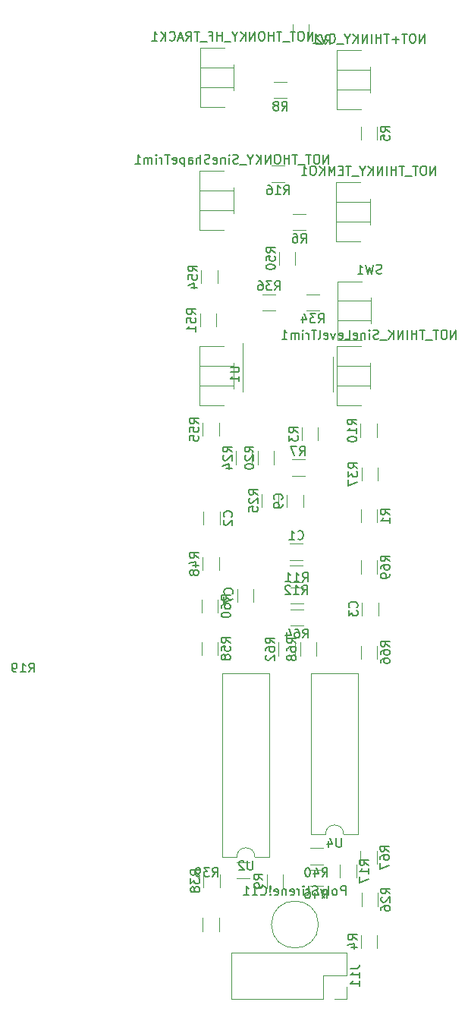
<source format=gbr>
%TF.GenerationSoftware,KiCad,Pcbnew,7.0.2*%
%TF.CreationDate,2023-06-12T17:36:46-04:00*%
%TF.ProjectId,as3340_no_mux,61733333-3430-45f6-9e6f-5f6d75782e6b,rev?*%
%TF.SameCoordinates,Original*%
%TF.FileFunction,Legend,Bot*%
%TF.FilePolarity,Positive*%
%FSLAX46Y46*%
G04 Gerber Fmt 4.6, Leading zero omitted, Abs format (unit mm)*
G04 Created by KiCad (PCBNEW 7.0.2) date 2023-06-12 17:36:46*
%MOMM*%
%LPD*%
G01*
G04 APERTURE LIST*
%ADD10C,0.150000*%
%ADD11C,0.120000*%
G04 APERTURE END LIST*
D10*
%TO.C,R46*%
X191650857Y-136775619D02*
X191984190Y-136299428D01*
X192222285Y-136775619D02*
X192222285Y-135775619D01*
X192222285Y-135775619D02*
X191841333Y-135775619D01*
X191841333Y-135775619D02*
X191746095Y-135823238D01*
X191746095Y-135823238D02*
X191698476Y-135870857D01*
X191698476Y-135870857D02*
X191650857Y-135966095D01*
X191650857Y-135966095D02*
X191650857Y-136108952D01*
X191650857Y-136108952D02*
X191698476Y-136204190D01*
X191698476Y-136204190D02*
X191746095Y-136251809D01*
X191746095Y-136251809D02*
X191841333Y-136299428D01*
X191841333Y-136299428D02*
X192222285Y-136299428D01*
X190793714Y-136108952D02*
X190793714Y-136775619D01*
X191031809Y-135728000D02*
X191269904Y-136442285D01*
X191269904Y-136442285D02*
X190650857Y-136442285D01*
X189841333Y-135775619D02*
X190031809Y-135775619D01*
X190031809Y-135775619D02*
X190127047Y-135823238D01*
X190127047Y-135823238D02*
X190174666Y-135870857D01*
X190174666Y-135870857D02*
X190269904Y-136013714D01*
X190269904Y-136013714D02*
X190317523Y-136204190D01*
X190317523Y-136204190D02*
X190317523Y-136585142D01*
X190317523Y-136585142D02*
X190269904Y-136680380D01*
X190269904Y-136680380D02*
X190222285Y-136728000D01*
X190222285Y-136728000D02*
X190127047Y-136775619D01*
X190127047Y-136775619D02*
X189936571Y-136775619D01*
X189936571Y-136775619D02*
X189841333Y-136728000D01*
X189841333Y-136728000D02*
X189793714Y-136680380D01*
X189793714Y-136680380D02*
X189746095Y-136585142D01*
X189746095Y-136585142D02*
X189746095Y-136347047D01*
X189746095Y-136347047D02*
X189793714Y-136251809D01*
X189793714Y-136251809D02*
X189841333Y-136204190D01*
X189841333Y-136204190D02*
X189936571Y-136156571D01*
X189936571Y-136156571D02*
X190127047Y-136156571D01*
X190127047Y-136156571D02*
X190222285Y-136204190D01*
X190222285Y-136204190D02*
X190269904Y-136251809D01*
X190269904Y-136251809D02*
X190317523Y-136347047D01*
%TO.C,C1*%
X188939466Y-96662980D02*
X188987085Y-96710600D01*
X188987085Y-96710600D02*
X189129942Y-96758219D01*
X189129942Y-96758219D02*
X189225180Y-96758219D01*
X189225180Y-96758219D02*
X189368037Y-96710600D01*
X189368037Y-96710600D02*
X189463275Y-96615361D01*
X189463275Y-96615361D02*
X189510894Y-96520123D01*
X189510894Y-96520123D02*
X189558513Y-96329647D01*
X189558513Y-96329647D02*
X189558513Y-96186790D01*
X189558513Y-96186790D02*
X189510894Y-95996314D01*
X189510894Y-95996314D02*
X189463275Y-95901076D01*
X189463275Y-95901076D02*
X189368037Y-95805838D01*
X189368037Y-95805838D02*
X189225180Y-95758219D01*
X189225180Y-95758219D02*
X189129942Y-95758219D01*
X189129942Y-95758219D02*
X188987085Y-95805838D01*
X188987085Y-95805838D02*
X188939466Y-95853457D01*
X187987085Y-96758219D02*
X188558513Y-96758219D01*
X188272799Y-96758219D02*
X188272799Y-95758219D01*
X188272799Y-95758219D02*
X188368037Y-95901076D01*
X188368037Y-95901076D02*
X188463275Y-95996314D01*
X188463275Y-95996314D02*
X188558513Y-96043933D01*
%TO.C,R60*%
X181403419Y-103547942D02*
X180927228Y-103214609D01*
X181403419Y-102976514D02*
X180403419Y-102976514D01*
X180403419Y-102976514D02*
X180403419Y-103357466D01*
X180403419Y-103357466D02*
X180451038Y-103452704D01*
X180451038Y-103452704D02*
X180498657Y-103500323D01*
X180498657Y-103500323D02*
X180593895Y-103547942D01*
X180593895Y-103547942D02*
X180736752Y-103547942D01*
X180736752Y-103547942D02*
X180831990Y-103500323D01*
X180831990Y-103500323D02*
X180879609Y-103452704D01*
X180879609Y-103452704D02*
X180927228Y-103357466D01*
X180927228Y-103357466D02*
X180927228Y-102976514D01*
X180403419Y-104405085D02*
X180403419Y-104214609D01*
X180403419Y-104214609D02*
X180451038Y-104119371D01*
X180451038Y-104119371D02*
X180498657Y-104071752D01*
X180498657Y-104071752D02*
X180641514Y-103976514D01*
X180641514Y-103976514D02*
X180831990Y-103928895D01*
X180831990Y-103928895D02*
X181212942Y-103928895D01*
X181212942Y-103928895D02*
X181308180Y-103976514D01*
X181308180Y-103976514D02*
X181355800Y-104024133D01*
X181355800Y-104024133D02*
X181403419Y-104119371D01*
X181403419Y-104119371D02*
X181403419Y-104309847D01*
X181403419Y-104309847D02*
X181355800Y-104405085D01*
X181355800Y-104405085D02*
X181308180Y-104452704D01*
X181308180Y-104452704D02*
X181212942Y-104500323D01*
X181212942Y-104500323D02*
X180974847Y-104500323D01*
X180974847Y-104500323D02*
X180879609Y-104452704D01*
X180879609Y-104452704D02*
X180831990Y-104405085D01*
X180831990Y-104405085D02*
X180784371Y-104309847D01*
X180784371Y-104309847D02*
X180784371Y-104119371D01*
X180784371Y-104119371D02*
X180831990Y-104024133D01*
X180831990Y-104024133D02*
X180879609Y-103976514D01*
X180879609Y-103976514D02*
X180974847Y-103928895D01*
X180403419Y-105119371D02*
X180403419Y-105214609D01*
X180403419Y-105214609D02*
X180451038Y-105309847D01*
X180451038Y-105309847D02*
X180498657Y-105357466D01*
X180498657Y-105357466D02*
X180593895Y-105405085D01*
X180593895Y-105405085D02*
X180784371Y-105452704D01*
X180784371Y-105452704D02*
X181022466Y-105452704D01*
X181022466Y-105452704D02*
X181212942Y-105405085D01*
X181212942Y-105405085D02*
X181308180Y-105357466D01*
X181308180Y-105357466D02*
X181355800Y-105309847D01*
X181355800Y-105309847D02*
X181403419Y-105214609D01*
X181403419Y-105214609D02*
X181403419Y-105119371D01*
X181403419Y-105119371D02*
X181355800Y-105024133D01*
X181355800Y-105024133D02*
X181308180Y-104976514D01*
X181308180Y-104976514D02*
X181212942Y-104928895D01*
X181212942Y-104928895D02*
X181022466Y-104881276D01*
X181022466Y-104881276D02*
X180784371Y-104881276D01*
X180784371Y-104881276D02*
X180593895Y-104928895D01*
X180593895Y-104928895D02*
X180498657Y-104976514D01*
X180498657Y-104976514D02*
X180451038Y-105024133D01*
X180451038Y-105024133D02*
X180403419Y-105119371D01*
%TO.C,NOT_THONKY_HF_TRACK1*%
X190617381Y-41114619D02*
X190617381Y-40114619D01*
X190617381Y-40114619D02*
X190045953Y-41114619D01*
X190045953Y-41114619D02*
X190045953Y-40114619D01*
X189379286Y-40114619D02*
X189188810Y-40114619D01*
X189188810Y-40114619D02*
X189093572Y-40162238D01*
X189093572Y-40162238D02*
X188998334Y-40257476D01*
X188998334Y-40257476D02*
X188950715Y-40447952D01*
X188950715Y-40447952D02*
X188950715Y-40781285D01*
X188950715Y-40781285D02*
X188998334Y-40971761D01*
X188998334Y-40971761D02*
X189093572Y-41067000D01*
X189093572Y-41067000D02*
X189188810Y-41114619D01*
X189188810Y-41114619D02*
X189379286Y-41114619D01*
X189379286Y-41114619D02*
X189474524Y-41067000D01*
X189474524Y-41067000D02*
X189569762Y-40971761D01*
X189569762Y-40971761D02*
X189617381Y-40781285D01*
X189617381Y-40781285D02*
X189617381Y-40447952D01*
X189617381Y-40447952D02*
X189569762Y-40257476D01*
X189569762Y-40257476D02*
X189474524Y-40162238D01*
X189474524Y-40162238D02*
X189379286Y-40114619D01*
X188665000Y-40114619D02*
X188093572Y-40114619D01*
X188379286Y-41114619D02*
X188379286Y-40114619D01*
X187998334Y-41209857D02*
X187236429Y-41209857D01*
X187141190Y-40114619D02*
X186569762Y-40114619D01*
X186855476Y-41114619D02*
X186855476Y-40114619D01*
X186236428Y-41114619D02*
X186236428Y-40114619D01*
X186236428Y-40590809D02*
X185665000Y-40590809D01*
X185665000Y-41114619D02*
X185665000Y-40114619D01*
X184998333Y-40114619D02*
X184807857Y-40114619D01*
X184807857Y-40114619D02*
X184712619Y-40162238D01*
X184712619Y-40162238D02*
X184617381Y-40257476D01*
X184617381Y-40257476D02*
X184569762Y-40447952D01*
X184569762Y-40447952D02*
X184569762Y-40781285D01*
X184569762Y-40781285D02*
X184617381Y-40971761D01*
X184617381Y-40971761D02*
X184712619Y-41067000D01*
X184712619Y-41067000D02*
X184807857Y-41114619D01*
X184807857Y-41114619D02*
X184998333Y-41114619D01*
X184998333Y-41114619D02*
X185093571Y-41067000D01*
X185093571Y-41067000D02*
X185188809Y-40971761D01*
X185188809Y-40971761D02*
X185236428Y-40781285D01*
X185236428Y-40781285D02*
X185236428Y-40447952D01*
X185236428Y-40447952D02*
X185188809Y-40257476D01*
X185188809Y-40257476D02*
X185093571Y-40162238D01*
X185093571Y-40162238D02*
X184998333Y-40114619D01*
X184141190Y-41114619D02*
X184141190Y-40114619D01*
X184141190Y-40114619D02*
X183569762Y-41114619D01*
X183569762Y-41114619D02*
X183569762Y-40114619D01*
X183093571Y-41114619D02*
X183093571Y-40114619D01*
X182522143Y-41114619D02*
X182950714Y-40543190D01*
X182522143Y-40114619D02*
X183093571Y-40686047D01*
X181903095Y-40638428D02*
X181903095Y-41114619D01*
X182236428Y-40114619D02*
X181903095Y-40638428D01*
X181903095Y-40638428D02*
X181569762Y-40114619D01*
X181474524Y-41209857D02*
X180712619Y-41209857D01*
X180474523Y-41114619D02*
X180474523Y-40114619D01*
X180474523Y-40590809D02*
X179903095Y-40590809D01*
X179903095Y-41114619D02*
X179903095Y-40114619D01*
X179093571Y-40590809D02*
X179426904Y-40590809D01*
X179426904Y-41114619D02*
X179426904Y-40114619D01*
X179426904Y-40114619D02*
X178950714Y-40114619D01*
X178807857Y-41209857D02*
X178045952Y-41209857D01*
X177950713Y-40114619D02*
X177379285Y-40114619D01*
X177664999Y-41114619D02*
X177664999Y-40114619D01*
X176474523Y-41114619D02*
X176807856Y-40638428D01*
X177045951Y-41114619D02*
X177045951Y-40114619D01*
X177045951Y-40114619D02*
X176664999Y-40114619D01*
X176664999Y-40114619D02*
X176569761Y-40162238D01*
X176569761Y-40162238D02*
X176522142Y-40209857D01*
X176522142Y-40209857D02*
X176474523Y-40305095D01*
X176474523Y-40305095D02*
X176474523Y-40447952D01*
X176474523Y-40447952D02*
X176522142Y-40543190D01*
X176522142Y-40543190D02*
X176569761Y-40590809D01*
X176569761Y-40590809D02*
X176664999Y-40638428D01*
X176664999Y-40638428D02*
X177045951Y-40638428D01*
X176093570Y-40828904D02*
X175617380Y-40828904D01*
X176188808Y-41114619D02*
X175855475Y-40114619D01*
X175855475Y-40114619D02*
X175522142Y-41114619D01*
X174617380Y-41019380D02*
X174664999Y-41067000D01*
X174664999Y-41067000D02*
X174807856Y-41114619D01*
X174807856Y-41114619D02*
X174903094Y-41114619D01*
X174903094Y-41114619D02*
X175045951Y-41067000D01*
X175045951Y-41067000D02*
X175141189Y-40971761D01*
X175141189Y-40971761D02*
X175188808Y-40876523D01*
X175188808Y-40876523D02*
X175236427Y-40686047D01*
X175236427Y-40686047D02*
X175236427Y-40543190D01*
X175236427Y-40543190D02*
X175188808Y-40352714D01*
X175188808Y-40352714D02*
X175141189Y-40257476D01*
X175141189Y-40257476D02*
X175045951Y-40162238D01*
X175045951Y-40162238D02*
X174903094Y-40114619D01*
X174903094Y-40114619D02*
X174807856Y-40114619D01*
X174807856Y-40114619D02*
X174664999Y-40162238D01*
X174664999Y-40162238D02*
X174617380Y-40209857D01*
X174188808Y-41114619D02*
X174188808Y-40114619D01*
X173617380Y-41114619D02*
X174045951Y-40543190D01*
X173617380Y-40114619D02*
X174188808Y-40686047D01*
X172664999Y-41114619D02*
X173236427Y-41114619D01*
X172950713Y-41114619D02*
X172950713Y-40114619D01*
X172950713Y-40114619D02*
X173045951Y-40257476D01*
X173045951Y-40257476D02*
X173141189Y-40352714D01*
X173141189Y-40352714D02*
X173236427Y-40400333D01*
%TO.C,R69*%
X199183419Y-99179142D02*
X198707228Y-98845809D01*
X199183419Y-98607714D02*
X198183419Y-98607714D01*
X198183419Y-98607714D02*
X198183419Y-98988666D01*
X198183419Y-98988666D02*
X198231038Y-99083904D01*
X198231038Y-99083904D02*
X198278657Y-99131523D01*
X198278657Y-99131523D02*
X198373895Y-99179142D01*
X198373895Y-99179142D02*
X198516752Y-99179142D01*
X198516752Y-99179142D02*
X198611990Y-99131523D01*
X198611990Y-99131523D02*
X198659609Y-99083904D01*
X198659609Y-99083904D02*
X198707228Y-98988666D01*
X198707228Y-98988666D02*
X198707228Y-98607714D01*
X198183419Y-100036285D02*
X198183419Y-99845809D01*
X198183419Y-99845809D02*
X198231038Y-99750571D01*
X198231038Y-99750571D02*
X198278657Y-99702952D01*
X198278657Y-99702952D02*
X198421514Y-99607714D01*
X198421514Y-99607714D02*
X198611990Y-99560095D01*
X198611990Y-99560095D02*
X198992942Y-99560095D01*
X198992942Y-99560095D02*
X199088180Y-99607714D01*
X199088180Y-99607714D02*
X199135800Y-99655333D01*
X199135800Y-99655333D02*
X199183419Y-99750571D01*
X199183419Y-99750571D02*
X199183419Y-99941047D01*
X199183419Y-99941047D02*
X199135800Y-100036285D01*
X199135800Y-100036285D02*
X199088180Y-100083904D01*
X199088180Y-100083904D02*
X198992942Y-100131523D01*
X198992942Y-100131523D02*
X198754847Y-100131523D01*
X198754847Y-100131523D02*
X198659609Y-100083904D01*
X198659609Y-100083904D02*
X198611990Y-100036285D01*
X198611990Y-100036285D02*
X198564371Y-99941047D01*
X198564371Y-99941047D02*
X198564371Y-99750571D01*
X198564371Y-99750571D02*
X198611990Y-99655333D01*
X198611990Y-99655333D02*
X198659609Y-99607714D01*
X198659609Y-99607714D02*
X198754847Y-99560095D01*
X199183419Y-100607714D02*
X199183419Y-100798190D01*
X199183419Y-100798190D02*
X199135800Y-100893428D01*
X199135800Y-100893428D02*
X199088180Y-100941047D01*
X199088180Y-100941047D02*
X198945323Y-101036285D01*
X198945323Y-101036285D02*
X198754847Y-101083904D01*
X198754847Y-101083904D02*
X198373895Y-101083904D01*
X198373895Y-101083904D02*
X198278657Y-101036285D01*
X198278657Y-101036285D02*
X198231038Y-100988666D01*
X198231038Y-100988666D02*
X198183419Y-100893428D01*
X198183419Y-100893428D02*
X198183419Y-100702952D01*
X198183419Y-100702952D02*
X198231038Y-100607714D01*
X198231038Y-100607714D02*
X198278657Y-100560095D01*
X198278657Y-100560095D02*
X198373895Y-100512476D01*
X198373895Y-100512476D02*
X198611990Y-100512476D01*
X198611990Y-100512476D02*
X198707228Y-100560095D01*
X198707228Y-100560095D02*
X198754847Y-100607714D01*
X198754847Y-100607714D02*
X198802466Y-100702952D01*
X198802466Y-100702952D02*
X198802466Y-100893428D01*
X198802466Y-100893428D02*
X198754847Y-100988666D01*
X198754847Y-100988666D02*
X198707228Y-101036285D01*
X198707228Y-101036285D02*
X198611990Y-101083904D01*
%TO.C,R6*%
X189295066Y-63649019D02*
X189628399Y-63172828D01*
X189866494Y-63649019D02*
X189866494Y-62649019D01*
X189866494Y-62649019D02*
X189485542Y-62649019D01*
X189485542Y-62649019D02*
X189390304Y-62696638D01*
X189390304Y-62696638D02*
X189342685Y-62744257D01*
X189342685Y-62744257D02*
X189295066Y-62839495D01*
X189295066Y-62839495D02*
X189295066Y-62982352D01*
X189295066Y-62982352D02*
X189342685Y-63077590D01*
X189342685Y-63077590D02*
X189390304Y-63125209D01*
X189390304Y-63125209D02*
X189485542Y-63172828D01*
X189485542Y-63172828D02*
X189866494Y-63172828D01*
X188437923Y-62649019D02*
X188628399Y-62649019D01*
X188628399Y-62649019D02*
X188723637Y-62696638D01*
X188723637Y-62696638D02*
X188771256Y-62744257D01*
X188771256Y-62744257D02*
X188866494Y-62887114D01*
X188866494Y-62887114D02*
X188914113Y-63077590D01*
X188914113Y-63077590D02*
X188914113Y-63458542D01*
X188914113Y-63458542D02*
X188866494Y-63553780D01*
X188866494Y-63553780D02*
X188818875Y-63601400D01*
X188818875Y-63601400D02*
X188723637Y-63649019D01*
X188723637Y-63649019D02*
X188533161Y-63649019D01*
X188533161Y-63649019D02*
X188437923Y-63601400D01*
X188437923Y-63601400D02*
X188390304Y-63553780D01*
X188390304Y-63553780D02*
X188342685Y-63458542D01*
X188342685Y-63458542D02*
X188342685Y-63220447D01*
X188342685Y-63220447D02*
X188390304Y-63125209D01*
X188390304Y-63125209D02*
X188437923Y-63077590D01*
X188437923Y-63077590D02*
X188533161Y-63029971D01*
X188533161Y-63029971D02*
X188723637Y-63029971D01*
X188723637Y-63029971D02*
X188818875Y-63077590D01*
X188818875Y-63077590D02*
X188866494Y-63125209D01*
X188866494Y-63125209D02*
X188914113Y-63220447D01*
%TO.C,R55*%
X177865019Y-83837542D02*
X177388828Y-83504209D01*
X177865019Y-83266114D02*
X176865019Y-83266114D01*
X176865019Y-83266114D02*
X176865019Y-83647066D01*
X176865019Y-83647066D02*
X176912638Y-83742304D01*
X176912638Y-83742304D02*
X176960257Y-83789923D01*
X176960257Y-83789923D02*
X177055495Y-83837542D01*
X177055495Y-83837542D02*
X177198352Y-83837542D01*
X177198352Y-83837542D02*
X177293590Y-83789923D01*
X177293590Y-83789923D02*
X177341209Y-83742304D01*
X177341209Y-83742304D02*
X177388828Y-83647066D01*
X177388828Y-83647066D02*
X177388828Y-83266114D01*
X176865019Y-84742304D02*
X176865019Y-84266114D01*
X176865019Y-84266114D02*
X177341209Y-84218495D01*
X177341209Y-84218495D02*
X177293590Y-84266114D01*
X177293590Y-84266114D02*
X177245971Y-84361352D01*
X177245971Y-84361352D02*
X177245971Y-84599447D01*
X177245971Y-84599447D02*
X177293590Y-84694685D01*
X177293590Y-84694685D02*
X177341209Y-84742304D01*
X177341209Y-84742304D02*
X177436447Y-84789923D01*
X177436447Y-84789923D02*
X177674542Y-84789923D01*
X177674542Y-84789923D02*
X177769780Y-84742304D01*
X177769780Y-84742304D02*
X177817400Y-84694685D01*
X177817400Y-84694685D02*
X177865019Y-84599447D01*
X177865019Y-84599447D02*
X177865019Y-84361352D01*
X177865019Y-84361352D02*
X177817400Y-84266114D01*
X177817400Y-84266114D02*
X177769780Y-84218495D01*
X176865019Y-85694685D02*
X176865019Y-85218495D01*
X176865019Y-85218495D02*
X177341209Y-85170876D01*
X177341209Y-85170876D02*
X177293590Y-85218495D01*
X177293590Y-85218495D02*
X177245971Y-85313733D01*
X177245971Y-85313733D02*
X177245971Y-85551828D01*
X177245971Y-85551828D02*
X177293590Y-85647066D01*
X177293590Y-85647066D02*
X177341209Y-85694685D01*
X177341209Y-85694685D02*
X177436447Y-85742304D01*
X177436447Y-85742304D02*
X177674542Y-85742304D01*
X177674542Y-85742304D02*
X177769780Y-85694685D01*
X177769780Y-85694685D02*
X177817400Y-85647066D01*
X177817400Y-85647066D02*
X177865019Y-85551828D01*
X177865019Y-85551828D02*
X177865019Y-85313733D01*
X177865019Y-85313733D02*
X177817400Y-85218495D01*
X177817400Y-85218495D02*
X177769780Y-85170876D01*
%TO.C,R34*%
X191244457Y-72589819D02*
X191577790Y-72113628D01*
X191815885Y-72589819D02*
X191815885Y-71589819D01*
X191815885Y-71589819D02*
X191434933Y-71589819D01*
X191434933Y-71589819D02*
X191339695Y-71637438D01*
X191339695Y-71637438D02*
X191292076Y-71685057D01*
X191292076Y-71685057D02*
X191244457Y-71780295D01*
X191244457Y-71780295D02*
X191244457Y-71923152D01*
X191244457Y-71923152D02*
X191292076Y-72018390D01*
X191292076Y-72018390D02*
X191339695Y-72066009D01*
X191339695Y-72066009D02*
X191434933Y-72113628D01*
X191434933Y-72113628D02*
X191815885Y-72113628D01*
X190911123Y-71589819D02*
X190292076Y-71589819D01*
X190292076Y-71589819D02*
X190625409Y-71970771D01*
X190625409Y-71970771D02*
X190482552Y-71970771D01*
X190482552Y-71970771D02*
X190387314Y-72018390D01*
X190387314Y-72018390D02*
X190339695Y-72066009D01*
X190339695Y-72066009D02*
X190292076Y-72161247D01*
X190292076Y-72161247D02*
X190292076Y-72399342D01*
X190292076Y-72399342D02*
X190339695Y-72494580D01*
X190339695Y-72494580D02*
X190387314Y-72542200D01*
X190387314Y-72542200D02*
X190482552Y-72589819D01*
X190482552Y-72589819D02*
X190768266Y-72589819D01*
X190768266Y-72589819D02*
X190863504Y-72542200D01*
X190863504Y-72542200D02*
X190911123Y-72494580D01*
X189434933Y-71923152D02*
X189434933Y-72589819D01*
X189673028Y-71542200D02*
X189911123Y-72256485D01*
X189911123Y-72256485D02*
X189292076Y-72256485D01*
%TO.C,R4*%
X195543419Y-141412933D02*
X195067228Y-141079600D01*
X195543419Y-140841505D02*
X194543419Y-140841505D01*
X194543419Y-140841505D02*
X194543419Y-141222457D01*
X194543419Y-141222457D02*
X194591038Y-141317695D01*
X194591038Y-141317695D02*
X194638657Y-141365314D01*
X194638657Y-141365314D02*
X194733895Y-141412933D01*
X194733895Y-141412933D02*
X194876752Y-141412933D01*
X194876752Y-141412933D02*
X194971990Y-141365314D01*
X194971990Y-141365314D02*
X195019609Y-141317695D01*
X195019609Y-141317695D02*
X195067228Y-141222457D01*
X195067228Y-141222457D02*
X195067228Y-140841505D01*
X194876752Y-142270076D02*
X195543419Y-142270076D01*
X194495800Y-142031981D02*
X195210085Y-141793886D01*
X195210085Y-141793886D02*
X195210085Y-142412933D01*
%TO.C,R58*%
X181403419Y-108272342D02*
X180927228Y-107939009D01*
X181403419Y-107700914D02*
X180403419Y-107700914D01*
X180403419Y-107700914D02*
X180403419Y-108081866D01*
X180403419Y-108081866D02*
X180451038Y-108177104D01*
X180451038Y-108177104D02*
X180498657Y-108224723D01*
X180498657Y-108224723D02*
X180593895Y-108272342D01*
X180593895Y-108272342D02*
X180736752Y-108272342D01*
X180736752Y-108272342D02*
X180831990Y-108224723D01*
X180831990Y-108224723D02*
X180879609Y-108177104D01*
X180879609Y-108177104D02*
X180927228Y-108081866D01*
X180927228Y-108081866D02*
X180927228Y-107700914D01*
X180403419Y-109177104D02*
X180403419Y-108700914D01*
X180403419Y-108700914D02*
X180879609Y-108653295D01*
X180879609Y-108653295D02*
X180831990Y-108700914D01*
X180831990Y-108700914D02*
X180784371Y-108796152D01*
X180784371Y-108796152D02*
X180784371Y-109034247D01*
X180784371Y-109034247D02*
X180831990Y-109129485D01*
X180831990Y-109129485D02*
X180879609Y-109177104D01*
X180879609Y-109177104D02*
X180974847Y-109224723D01*
X180974847Y-109224723D02*
X181212942Y-109224723D01*
X181212942Y-109224723D02*
X181308180Y-109177104D01*
X181308180Y-109177104D02*
X181355800Y-109129485D01*
X181355800Y-109129485D02*
X181403419Y-109034247D01*
X181403419Y-109034247D02*
X181403419Y-108796152D01*
X181403419Y-108796152D02*
X181355800Y-108700914D01*
X181355800Y-108700914D02*
X181308180Y-108653295D01*
X180831990Y-109796152D02*
X180784371Y-109700914D01*
X180784371Y-109700914D02*
X180736752Y-109653295D01*
X180736752Y-109653295D02*
X180641514Y-109605676D01*
X180641514Y-109605676D02*
X180593895Y-109605676D01*
X180593895Y-109605676D02*
X180498657Y-109653295D01*
X180498657Y-109653295D02*
X180451038Y-109700914D01*
X180451038Y-109700914D02*
X180403419Y-109796152D01*
X180403419Y-109796152D02*
X180403419Y-109986628D01*
X180403419Y-109986628D02*
X180451038Y-110081866D01*
X180451038Y-110081866D02*
X180498657Y-110129485D01*
X180498657Y-110129485D02*
X180593895Y-110177104D01*
X180593895Y-110177104D02*
X180641514Y-110177104D01*
X180641514Y-110177104D02*
X180736752Y-110129485D01*
X180736752Y-110129485D02*
X180784371Y-110081866D01*
X180784371Y-110081866D02*
X180831990Y-109986628D01*
X180831990Y-109986628D02*
X180831990Y-109796152D01*
X180831990Y-109796152D02*
X180879609Y-109700914D01*
X180879609Y-109700914D02*
X180927228Y-109653295D01*
X180927228Y-109653295D02*
X181022466Y-109605676D01*
X181022466Y-109605676D02*
X181212942Y-109605676D01*
X181212942Y-109605676D02*
X181308180Y-109653295D01*
X181308180Y-109653295D02*
X181355800Y-109700914D01*
X181355800Y-109700914D02*
X181403419Y-109796152D01*
X181403419Y-109796152D02*
X181403419Y-109986628D01*
X181403419Y-109986628D02*
X181355800Y-110081866D01*
X181355800Y-110081866D02*
X181308180Y-110129485D01*
X181308180Y-110129485D02*
X181212942Y-110177104D01*
X181212942Y-110177104D02*
X181022466Y-110177104D01*
X181022466Y-110177104D02*
X180927228Y-110129485D01*
X180927228Y-110129485D02*
X180879609Y-110081866D01*
X180879609Y-110081866D02*
X180831990Y-109986628D01*
%TO.C,R11*%
X189466457Y-101453019D02*
X189799790Y-100976828D01*
X190037885Y-101453019D02*
X190037885Y-100453019D01*
X190037885Y-100453019D02*
X189656933Y-100453019D01*
X189656933Y-100453019D02*
X189561695Y-100500638D01*
X189561695Y-100500638D02*
X189514076Y-100548257D01*
X189514076Y-100548257D02*
X189466457Y-100643495D01*
X189466457Y-100643495D02*
X189466457Y-100786352D01*
X189466457Y-100786352D02*
X189514076Y-100881590D01*
X189514076Y-100881590D02*
X189561695Y-100929209D01*
X189561695Y-100929209D02*
X189656933Y-100976828D01*
X189656933Y-100976828D02*
X190037885Y-100976828D01*
X188514076Y-101453019D02*
X189085504Y-101453019D01*
X188799790Y-101453019D02*
X188799790Y-100453019D01*
X188799790Y-100453019D02*
X188895028Y-100595876D01*
X188895028Y-100595876D02*
X188990266Y-100691114D01*
X188990266Y-100691114D02*
X189085504Y-100738733D01*
X187561695Y-101453019D02*
X188133123Y-101453019D01*
X187847409Y-101453019D02*
X187847409Y-100453019D01*
X187847409Y-100453019D02*
X187942647Y-100595876D01*
X187942647Y-100595876D02*
X188037885Y-100691114D01*
X188037885Y-100691114D02*
X188133123Y-100738733D01*
%TO.C,R25*%
X184469019Y-91762342D02*
X183992828Y-91429009D01*
X184469019Y-91190914D02*
X183469019Y-91190914D01*
X183469019Y-91190914D02*
X183469019Y-91571866D01*
X183469019Y-91571866D02*
X183516638Y-91667104D01*
X183516638Y-91667104D02*
X183564257Y-91714723D01*
X183564257Y-91714723D02*
X183659495Y-91762342D01*
X183659495Y-91762342D02*
X183802352Y-91762342D01*
X183802352Y-91762342D02*
X183897590Y-91714723D01*
X183897590Y-91714723D02*
X183945209Y-91667104D01*
X183945209Y-91667104D02*
X183992828Y-91571866D01*
X183992828Y-91571866D02*
X183992828Y-91190914D01*
X183564257Y-92143295D02*
X183516638Y-92190914D01*
X183516638Y-92190914D02*
X183469019Y-92286152D01*
X183469019Y-92286152D02*
X183469019Y-92524247D01*
X183469019Y-92524247D02*
X183516638Y-92619485D01*
X183516638Y-92619485D02*
X183564257Y-92667104D01*
X183564257Y-92667104D02*
X183659495Y-92714723D01*
X183659495Y-92714723D02*
X183754733Y-92714723D01*
X183754733Y-92714723D02*
X183897590Y-92667104D01*
X183897590Y-92667104D02*
X184469019Y-92095676D01*
X184469019Y-92095676D02*
X184469019Y-92714723D01*
X183469019Y-93619485D02*
X183469019Y-93143295D01*
X183469019Y-93143295D02*
X183945209Y-93095676D01*
X183945209Y-93095676D02*
X183897590Y-93143295D01*
X183897590Y-93143295D02*
X183849971Y-93238533D01*
X183849971Y-93238533D02*
X183849971Y-93476628D01*
X183849971Y-93476628D02*
X183897590Y-93571866D01*
X183897590Y-93571866D02*
X183945209Y-93619485D01*
X183945209Y-93619485D02*
X184040447Y-93667104D01*
X184040447Y-93667104D02*
X184278542Y-93667104D01*
X184278542Y-93667104D02*
X184373780Y-93619485D01*
X184373780Y-93619485D02*
X184421400Y-93571866D01*
X184421400Y-93571866D02*
X184469019Y-93476628D01*
X184469019Y-93476628D02*
X184469019Y-93238533D01*
X184469019Y-93238533D02*
X184421400Y-93143295D01*
X184421400Y-93143295D02*
X184373780Y-93095676D01*
%TO.C,R48*%
X177865019Y-98823542D02*
X177388828Y-98490209D01*
X177865019Y-98252114D02*
X176865019Y-98252114D01*
X176865019Y-98252114D02*
X176865019Y-98633066D01*
X176865019Y-98633066D02*
X176912638Y-98728304D01*
X176912638Y-98728304D02*
X176960257Y-98775923D01*
X176960257Y-98775923D02*
X177055495Y-98823542D01*
X177055495Y-98823542D02*
X177198352Y-98823542D01*
X177198352Y-98823542D02*
X177293590Y-98775923D01*
X177293590Y-98775923D02*
X177341209Y-98728304D01*
X177341209Y-98728304D02*
X177388828Y-98633066D01*
X177388828Y-98633066D02*
X177388828Y-98252114D01*
X177198352Y-99680685D02*
X177865019Y-99680685D01*
X176817400Y-99442590D02*
X177531685Y-99204495D01*
X177531685Y-99204495D02*
X177531685Y-99823542D01*
X177293590Y-100347352D02*
X177245971Y-100252114D01*
X177245971Y-100252114D02*
X177198352Y-100204495D01*
X177198352Y-100204495D02*
X177103114Y-100156876D01*
X177103114Y-100156876D02*
X177055495Y-100156876D01*
X177055495Y-100156876D02*
X176960257Y-100204495D01*
X176960257Y-100204495D02*
X176912638Y-100252114D01*
X176912638Y-100252114D02*
X176865019Y-100347352D01*
X176865019Y-100347352D02*
X176865019Y-100537828D01*
X176865019Y-100537828D02*
X176912638Y-100633066D01*
X176912638Y-100633066D02*
X176960257Y-100680685D01*
X176960257Y-100680685D02*
X177055495Y-100728304D01*
X177055495Y-100728304D02*
X177103114Y-100728304D01*
X177103114Y-100728304D02*
X177198352Y-100680685D01*
X177198352Y-100680685D02*
X177245971Y-100633066D01*
X177245971Y-100633066D02*
X177293590Y-100537828D01*
X177293590Y-100537828D02*
X177293590Y-100347352D01*
X177293590Y-100347352D02*
X177341209Y-100252114D01*
X177341209Y-100252114D02*
X177388828Y-100204495D01*
X177388828Y-100204495D02*
X177484066Y-100156876D01*
X177484066Y-100156876D02*
X177674542Y-100156876D01*
X177674542Y-100156876D02*
X177769780Y-100204495D01*
X177769780Y-100204495D02*
X177817400Y-100252114D01*
X177817400Y-100252114D02*
X177865019Y-100347352D01*
X177865019Y-100347352D02*
X177865019Y-100537828D01*
X177865019Y-100537828D02*
X177817400Y-100633066D01*
X177817400Y-100633066D02*
X177769780Y-100680685D01*
X177769780Y-100680685D02*
X177674542Y-100728304D01*
X177674542Y-100728304D02*
X177484066Y-100728304D01*
X177484066Y-100728304D02*
X177388828Y-100680685D01*
X177388828Y-100680685D02*
X177341209Y-100633066D01*
X177341209Y-100633066D02*
X177293590Y-100537828D01*
%TO.C,R37*%
X195594219Y-88815942D02*
X195118028Y-88482609D01*
X195594219Y-88244514D02*
X194594219Y-88244514D01*
X194594219Y-88244514D02*
X194594219Y-88625466D01*
X194594219Y-88625466D02*
X194641838Y-88720704D01*
X194641838Y-88720704D02*
X194689457Y-88768323D01*
X194689457Y-88768323D02*
X194784695Y-88815942D01*
X194784695Y-88815942D02*
X194927552Y-88815942D01*
X194927552Y-88815942D02*
X195022790Y-88768323D01*
X195022790Y-88768323D02*
X195070409Y-88720704D01*
X195070409Y-88720704D02*
X195118028Y-88625466D01*
X195118028Y-88625466D02*
X195118028Y-88244514D01*
X194594219Y-89149276D02*
X194594219Y-89768323D01*
X194594219Y-89768323D02*
X194975171Y-89434990D01*
X194975171Y-89434990D02*
X194975171Y-89577847D01*
X194975171Y-89577847D02*
X195022790Y-89673085D01*
X195022790Y-89673085D02*
X195070409Y-89720704D01*
X195070409Y-89720704D02*
X195165647Y-89768323D01*
X195165647Y-89768323D02*
X195403742Y-89768323D01*
X195403742Y-89768323D02*
X195498980Y-89720704D01*
X195498980Y-89720704D02*
X195546600Y-89673085D01*
X195546600Y-89673085D02*
X195594219Y-89577847D01*
X195594219Y-89577847D02*
X195594219Y-89292133D01*
X195594219Y-89292133D02*
X195546600Y-89196895D01*
X195546600Y-89196895D02*
X195498980Y-89149276D01*
X194594219Y-90101657D02*
X194594219Y-90768323D01*
X194594219Y-90768323D02*
X195594219Y-90339752D01*
%TO.C,R16*%
X187383657Y-58264219D02*
X187716990Y-57788028D01*
X187955085Y-58264219D02*
X187955085Y-57264219D01*
X187955085Y-57264219D02*
X187574133Y-57264219D01*
X187574133Y-57264219D02*
X187478895Y-57311838D01*
X187478895Y-57311838D02*
X187431276Y-57359457D01*
X187431276Y-57359457D02*
X187383657Y-57454695D01*
X187383657Y-57454695D02*
X187383657Y-57597552D01*
X187383657Y-57597552D02*
X187431276Y-57692790D01*
X187431276Y-57692790D02*
X187478895Y-57740409D01*
X187478895Y-57740409D02*
X187574133Y-57788028D01*
X187574133Y-57788028D02*
X187955085Y-57788028D01*
X186431276Y-58264219D02*
X187002704Y-58264219D01*
X186716990Y-58264219D02*
X186716990Y-57264219D01*
X186716990Y-57264219D02*
X186812228Y-57407076D01*
X186812228Y-57407076D02*
X186907466Y-57502314D01*
X186907466Y-57502314D02*
X187002704Y-57549933D01*
X185574133Y-57264219D02*
X185764609Y-57264219D01*
X185764609Y-57264219D02*
X185859847Y-57311838D01*
X185859847Y-57311838D02*
X185907466Y-57359457D01*
X185907466Y-57359457D02*
X186002704Y-57502314D01*
X186002704Y-57502314D02*
X186050323Y-57692790D01*
X186050323Y-57692790D02*
X186050323Y-58073742D01*
X186050323Y-58073742D02*
X186002704Y-58168980D01*
X186002704Y-58168980D02*
X185955085Y-58216600D01*
X185955085Y-58216600D02*
X185859847Y-58264219D01*
X185859847Y-58264219D02*
X185669371Y-58264219D01*
X185669371Y-58264219D02*
X185574133Y-58216600D01*
X185574133Y-58216600D02*
X185526514Y-58168980D01*
X185526514Y-58168980D02*
X185478895Y-58073742D01*
X185478895Y-58073742D02*
X185478895Y-57835647D01*
X185478895Y-57835647D02*
X185526514Y-57740409D01*
X185526514Y-57740409D02*
X185574133Y-57692790D01*
X185574133Y-57692790D02*
X185669371Y-57645171D01*
X185669371Y-57645171D02*
X185859847Y-57645171D01*
X185859847Y-57645171D02*
X185955085Y-57692790D01*
X185955085Y-57692790D02*
X186002704Y-57740409D01*
X186002704Y-57740409D02*
X186050323Y-57835647D01*
%TO.C,U4*%
X193801904Y-130062619D02*
X193801904Y-130872142D01*
X193801904Y-130872142D02*
X193754285Y-130967380D01*
X193754285Y-130967380D02*
X193706666Y-131015000D01*
X193706666Y-131015000D02*
X193611428Y-131062619D01*
X193611428Y-131062619D02*
X193420952Y-131062619D01*
X193420952Y-131062619D02*
X193325714Y-131015000D01*
X193325714Y-131015000D02*
X193278095Y-130967380D01*
X193278095Y-130967380D02*
X193230476Y-130872142D01*
X193230476Y-130872142D02*
X193230476Y-130062619D01*
X192325714Y-130395952D02*
X192325714Y-131062619D01*
X192563809Y-130015000D02*
X192801904Y-130729285D01*
X192801904Y-130729285D02*
X192182857Y-130729285D01*
%TO.C,R10*%
X195492619Y-83939142D02*
X195016428Y-83605809D01*
X195492619Y-83367714D02*
X194492619Y-83367714D01*
X194492619Y-83367714D02*
X194492619Y-83748666D01*
X194492619Y-83748666D02*
X194540238Y-83843904D01*
X194540238Y-83843904D02*
X194587857Y-83891523D01*
X194587857Y-83891523D02*
X194683095Y-83939142D01*
X194683095Y-83939142D02*
X194825952Y-83939142D01*
X194825952Y-83939142D02*
X194921190Y-83891523D01*
X194921190Y-83891523D02*
X194968809Y-83843904D01*
X194968809Y-83843904D02*
X195016428Y-83748666D01*
X195016428Y-83748666D02*
X195016428Y-83367714D01*
X195492619Y-84891523D02*
X195492619Y-84320095D01*
X195492619Y-84605809D02*
X194492619Y-84605809D01*
X194492619Y-84605809D02*
X194635476Y-84510571D01*
X194635476Y-84510571D02*
X194730714Y-84415333D01*
X194730714Y-84415333D02*
X194778333Y-84320095D01*
X194492619Y-85510571D02*
X194492619Y-85605809D01*
X194492619Y-85605809D02*
X194540238Y-85701047D01*
X194540238Y-85701047D02*
X194587857Y-85748666D01*
X194587857Y-85748666D02*
X194683095Y-85796285D01*
X194683095Y-85796285D02*
X194873571Y-85843904D01*
X194873571Y-85843904D02*
X195111666Y-85843904D01*
X195111666Y-85843904D02*
X195302142Y-85796285D01*
X195302142Y-85796285D02*
X195397380Y-85748666D01*
X195397380Y-85748666D02*
X195445000Y-85701047D01*
X195445000Y-85701047D02*
X195492619Y-85605809D01*
X195492619Y-85605809D02*
X195492619Y-85510571D01*
X195492619Y-85510571D02*
X195445000Y-85415333D01*
X195445000Y-85415333D02*
X195397380Y-85367714D01*
X195397380Y-85367714D02*
X195302142Y-85320095D01*
X195302142Y-85320095D02*
X195111666Y-85272476D01*
X195111666Y-85272476D02*
X194873571Y-85272476D01*
X194873571Y-85272476D02*
X194683095Y-85320095D01*
X194683095Y-85320095D02*
X194587857Y-85367714D01*
X194587857Y-85367714D02*
X194540238Y-85415333D01*
X194540238Y-85415333D02*
X194492619Y-85510571D01*
%TO.C,R20*%
X184011819Y-86987142D02*
X183535628Y-86653809D01*
X184011819Y-86415714D02*
X183011819Y-86415714D01*
X183011819Y-86415714D02*
X183011819Y-86796666D01*
X183011819Y-86796666D02*
X183059438Y-86891904D01*
X183059438Y-86891904D02*
X183107057Y-86939523D01*
X183107057Y-86939523D02*
X183202295Y-86987142D01*
X183202295Y-86987142D02*
X183345152Y-86987142D01*
X183345152Y-86987142D02*
X183440390Y-86939523D01*
X183440390Y-86939523D02*
X183488009Y-86891904D01*
X183488009Y-86891904D02*
X183535628Y-86796666D01*
X183535628Y-86796666D02*
X183535628Y-86415714D01*
X183107057Y-87368095D02*
X183059438Y-87415714D01*
X183059438Y-87415714D02*
X183011819Y-87510952D01*
X183011819Y-87510952D02*
X183011819Y-87749047D01*
X183011819Y-87749047D02*
X183059438Y-87844285D01*
X183059438Y-87844285D02*
X183107057Y-87891904D01*
X183107057Y-87891904D02*
X183202295Y-87939523D01*
X183202295Y-87939523D02*
X183297533Y-87939523D01*
X183297533Y-87939523D02*
X183440390Y-87891904D01*
X183440390Y-87891904D02*
X184011819Y-87320476D01*
X184011819Y-87320476D02*
X184011819Y-87939523D01*
X183011819Y-88558571D02*
X183011819Y-88653809D01*
X183011819Y-88653809D02*
X183059438Y-88749047D01*
X183059438Y-88749047D02*
X183107057Y-88796666D01*
X183107057Y-88796666D02*
X183202295Y-88844285D01*
X183202295Y-88844285D02*
X183392771Y-88891904D01*
X183392771Y-88891904D02*
X183630866Y-88891904D01*
X183630866Y-88891904D02*
X183821342Y-88844285D01*
X183821342Y-88844285D02*
X183916580Y-88796666D01*
X183916580Y-88796666D02*
X183964200Y-88749047D01*
X183964200Y-88749047D02*
X184011819Y-88653809D01*
X184011819Y-88653809D02*
X184011819Y-88558571D01*
X184011819Y-88558571D02*
X183964200Y-88463333D01*
X183964200Y-88463333D02*
X183916580Y-88415714D01*
X183916580Y-88415714D02*
X183821342Y-88368095D01*
X183821342Y-88368095D02*
X183630866Y-88320476D01*
X183630866Y-88320476D02*
X183392771Y-88320476D01*
X183392771Y-88320476D02*
X183202295Y-88368095D01*
X183202295Y-88368095D02*
X183107057Y-88415714D01*
X183107057Y-88415714D02*
X183059438Y-88463333D01*
X183059438Y-88463333D02*
X183011819Y-88558571D01*
%TO.C,R67*%
X199132619Y-131538742D02*
X198656428Y-131205409D01*
X199132619Y-130967314D02*
X198132619Y-130967314D01*
X198132619Y-130967314D02*
X198132619Y-131348266D01*
X198132619Y-131348266D02*
X198180238Y-131443504D01*
X198180238Y-131443504D02*
X198227857Y-131491123D01*
X198227857Y-131491123D02*
X198323095Y-131538742D01*
X198323095Y-131538742D02*
X198465952Y-131538742D01*
X198465952Y-131538742D02*
X198561190Y-131491123D01*
X198561190Y-131491123D02*
X198608809Y-131443504D01*
X198608809Y-131443504D02*
X198656428Y-131348266D01*
X198656428Y-131348266D02*
X198656428Y-130967314D01*
X198132619Y-132395885D02*
X198132619Y-132205409D01*
X198132619Y-132205409D02*
X198180238Y-132110171D01*
X198180238Y-132110171D02*
X198227857Y-132062552D01*
X198227857Y-132062552D02*
X198370714Y-131967314D01*
X198370714Y-131967314D02*
X198561190Y-131919695D01*
X198561190Y-131919695D02*
X198942142Y-131919695D01*
X198942142Y-131919695D02*
X199037380Y-131967314D01*
X199037380Y-131967314D02*
X199085000Y-132014933D01*
X199085000Y-132014933D02*
X199132619Y-132110171D01*
X199132619Y-132110171D02*
X199132619Y-132300647D01*
X199132619Y-132300647D02*
X199085000Y-132395885D01*
X199085000Y-132395885D02*
X199037380Y-132443504D01*
X199037380Y-132443504D02*
X198942142Y-132491123D01*
X198942142Y-132491123D02*
X198704047Y-132491123D01*
X198704047Y-132491123D02*
X198608809Y-132443504D01*
X198608809Y-132443504D02*
X198561190Y-132395885D01*
X198561190Y-132395885D02*
X198513571Y-132300647D01*
X198513571Y-132300647D02*
X198513571Y-132110171D01*
X198513571Y-132110171D02*
X198561190Y-132014933D01*
X198561190Y-132014933D02*
X198608809Y-131967314D01*
X198608809Y-131967314D02*
X198704047Y-131919695D01*
X198132619Y-132824457D02*
X198132619Y-133491123D01*
X198132619Y-133491123D02*
X199132619Y-133062552D01*
%TO.C,U1*%
X181395619Y-77535095D02*
X182205142Y-77535095D01*
X182205142Y-77535095D02*
X182300380Y-77582714D01*
X182300380Y-77582714D02*
X182348000Y-77630333D01*
X182348000Y-77630333D02*
X182395619Y-77725571D01*
X182395619Y-77725571D02*
X182395619Y-77916047D01*
X182395619Y-77916047D02*
X182348000Y-78011285D01*
X182348000Y-78011285D02*
X182300380Y-78058904D01*
X182300380Y-78058904D02*
X182205142Y-78106523D01*
X182205142Y-78106523D02*
X181395619Y-78106523D01*
X182395619Y-79106523D02*
X182395619Y-78535095D01*
X182395619Y-78820809D02*
X181395619Y-78820809D01*
X181395619Y-78820809D02*
X181538476Y-78725571D01*
X181538476Y-78725571D02*
X181633714Y-78630333D01*
X181633714Y-78630333D02*
X181681333Y-78535095D01*
%TO.C,R9*%
X185027819Y-134707333D02*
X184551628Y-134374000D01*
X185027819Y-134135905D02*
X184027819Y-134135905D01*
X184027819Y-134135905D02*
X184027819Y-134516857D01*
X184027819Y-134516857D02*
X184075438Y-134612095D01*
X184075438Y-134612095D02*
X184123057Y-134659714D01*
X184123057Y-134659714D02*
X184218295Y-134707333D01*
X184218295Y-134707333D02*
X184361152Y-134707333D01*
X184361152Y-134707333D02*
X184456390Y-134659714D01*
X184456390Y-134659714D02*
X184504009Y-134612095D01*
X184504009Y-134612095D02*
X184551628Y-134516857D01*
X184551628Y-134516857D02*
X184551628Y-134135905D01*
X185027819Y-135183524D02*
X185027819Y-135374000D01*
X185027819Y-135374000D02*
X184980200Y-135469238D01*
X184980200Y-135469238D02*
X184932580Y-135516857D01*
X184932580Y-135516857D02*
X184789723Y-135612095D01*
X184789723Y-135612095D02*
X184599247Y-135659714D01*
X184599247Y-135659714D02*
X184218295Y-135659714D01*
X184218295Y-135659714D02*
X184123057Y-135612095D01*
X184123057Y-135612095D02*
X184075438Y-135564476D01*
X184075438Y-135564476D02*
X184027819Y-135469238D01*
X184027819Y-135469238D02*
X184027819Y-135278762D01*
X184027819Y-135278762D02*
X184075438Y-135183524D01*
X184075438Y-135183524D02*
X184123057Y-135135905D01*
X184123057Y-135135905D02*
X184218295Y-135088286D01*
X184218295Y-135088286D02*
X184456390Y-135088286D01*
X184456390Y-135088286D02*
X184551628Y-135135905D01*
X184551628Y-135135905D02*
X184599247Y-135183524D01*
X184599247Y-135183524D02*
X184646866Y-135278762D01*
X184646866Y-135278762D02*
X184646866Y-135469238D01*
X184646866Y-135469238D02*
X184599247Y-135564476D01*
X184599247Y-135564476D02*
X184551628Y-135612095D01*
X184551628Y-135612095D02*
X184456390Y-135659714D01*
%TO.C,R26*%
X199234219Y-136263142D02*
X198758028Y-135929809D01*
X199234219Y-135691714D02*
X198234219Y-135691714D01*
X198234219Y-135691714D02*
X198234219Y-136072666D01*
X198234219Y-136072666D02*
X198281838Y-136167904D01*
X198281838Y-136167904D02*
X198329457Y-136215523D01*
X198329457Y-136215523D02*
X198424695Y-136263142D01*
X198424695Y-136263142D02*
X198567552Y-136263142D01*
X198567552Y-136263142D02*
X198662790Y-136215523D01*
X198662790Y-136215523D02*
X198710409Y-136167904D01*
X198710409Y-136167904D02*
X198758028Y-136072666D01*
X198758028Y-136072666D02*
X198758028Y-135691714D01*
X198329457Y-136644095D02*
X198281838Y-136691714D01*
X198281838Y-136691714D02*
X198234219Y-136786952D01*
X198234219Y-136786952D02*
X198234219Y-137025047D01*
X198234219Y-137025047D02*
X198281838Y-137120285D01*
X198281838Y-137120285D02*
X198329457Y-137167904D01*
X198329457Y-137167904D02*
X198424695Y-137215523D01*
X198424695Y-137215523D02*
X198519933Y-137215523D01*
X198519933Y-137215523D02*
X198662790Y-137167904D01*
X198662790Y-137167904D02*
X199234219Y-136596476D01*
X199234219Y-136596476D02*
X199234219Y-137215523D01*
X198234219Y-138072666D02*
X198234219Y-137882190D01*
X198234219Y-137882190D02*
X198281838Y-137786952D01*
X198281838Y-137786952D02*
X198329457Y-137739333D01*
X198329457Y-137739333D02*
X198472314Y-137644095D01*
X198472314Y-137644095D02*
X198662790Y-137596476D01*
X198662790Y-137596476D02*
X199043742Y-137596476D01*
X199043742Y-137596476D02*
X199138980Y-137644095D01*
X199138980Y-137644095D02*
X199186600Y-137691714D01*
X199186600Y-137691714D02*
X199234219Y-137786952D01*
X199234219Y-137786952D02*
X199234219Y-137977428D01*
X199234219Y-137977428D02*
X199186600Y-138072666D01*
X199186600Y-138072666D02*
X199138980Y-138120285D01*
X199138980Y-138120285D02*
X199043742Y-138167904D01*
X199043742Y-138167904D02*
X198805647Y-138167904D01*
X198805647Y-138167904D02*
X198710409Y-138120285D01*
X198710409Y-138120285D02*
X198662790Y-138072666D01*
X198662790Y-138072666D02*
X198615171Y-137977428D01*
X198615171Y-137977428D02*
X198615171Y-137786952D01*
X198615171Y-137786952D02*
X198662790Y-137691714D01*
X198662790Y-137691714D02*
X198710409Y-137644095D01*
X198710409Y-137644095D02*
X198805647Y-137596476D01*
%TO.C,R64*%
X189517257Y-107743419D02*
X189850590Y-107267228D01*
X190088685Y-107743419D02*
X190088685Y-106743419D01*
X190088685Y-106743419D02*
X189707733Y-106743419D01*
X189707733Y-106743419D02*
X189612495Y-106791038D01*
X189612495Y-106791038D02*
X189564876Y-106838657D01*
X189564876Y-106838657D02*
X189517257Y-106933895D01*
X189517257Y-106933895D02*
X189517257Y-107076752D01*
X189517257Y-107076752D02*
X189564876Y-107171990D01*
X189564876Y-107171990D02*
X189612495Y-107219609D01*
X189612495Y-107219609D02*
X189707733Y-107267228D01*
X189707733Y-107267228D02*
X190088685Y-107267228D01*
X188660114Y-106743419D02*
X188850590Y-106743419D01*
X188850590Y-106743419D02*
X188945828Y-106791038D01*
X188945828Y-106791038D02*
X188993447Y-106838657D01*
X188993447Y-106838657D02*
X189088685Y-106981514D01*
X189088685Y-106981514D02*
X189136304Y-107171990D01*
X189136304Y-107171990D02*
X189136304Y-107552942D01*
X189136304Y-107552942D02*
X189088685Y-107648180D01*
X189088685Y-107648180D02*
X189041066Y-107695800D01*
X189041066Y-107695800D02*
X188945828Y-107743419D01*
X188945828Y-107743419D02*
X188755352Y-107743419D01*
X188755352Y-107743419D02*
X188660114Y-107695800D01*
X188660114Y-107695800D02*
X188612495Y-107648180D01*
X188612495Y-107648180D02*
X188564876Y-107552942D01*
X188564876Y-107552942D02*
X188564876Y-107314847D01*
X188564876Y-107314847D02*
X188612495Y-107219609D01*
X188612495Y-107219609D02*
X188660114Y-107171990D01*
X188660114Y-107171990D02*
X188755352Y-107124371D01*
X188755352Y-107124371D02*
X188945828Y-107124371D01*
X188945828Y-107124371D02*
X189041066Y-107171990D01*
X189041066Y-107171990D02*
X189088685Y-107219609D01*
X189088685Y-107219609D02*
X189136304Y-107314847D01*
X187707733Y-107076752D02*
X187707733Y-107743419D01*
X187945828Y-106695800D02*
X188183923Y-107410085D01*
X188183923Y-107410085D02*
X187564876Y-107410085D01*
%TO.C,R19*%
X158917257Y-111539119D02*
X159250590Y-111062928D01*
X159488685Y-111539119D02*
X159488685Y-110539119D01*
X159488685Y-110539119D02*
X159107733Y-110539119D01*
X159107733Y-110539119D02*
X159012495Y-110586738D01*
X159012495Y-110586738D02*
X158964876Y-110634357D01*
X158964876Y-110634357D02*
X158917257Y-110729595D01*
X158917257Y-110729595D02*
X158917257Y-110872452D01*
X158917257Y-110872452D02*
X158964876Y-110967690D01*
X158964876Y-110967690D02*
X159012495Y-111015309D01*
X159012495Y-111015309D02*
X159107733Y-111062928D01*
X159107733Y-111062928D02*
X159488685Y-111062928D01*
X157964876Y-111539119D02*
X158536304Y-111539119D01*
X158250590Y-111539119D02*
X158250590Y-110539119D01*
X158250590Y-110539119D02*
X158345828Y-110681976D01*
X158345828Y-110681976D02*
X158441066Y-110777214D01*
X158441066Y-110777214D02*
X158536304Y-110824833D01*
X157488685Y-111539119D02*
X157298209Y-111539119D01*
X157298209Y-111539119D02*
X157202971Y-111491500D01*
X157202971Y-111491500D02*
X157155352Y-111443880D01*
X157155352Y-111443880D02*
X157060114Y-111301023D01*
X157060114Y-111301023D02*
X157012495Y-111110547D01*
X157012495Y-111110547D02*
X157012495Y-110729595D01*
X157012495Y-110729595D02*
X157060114Y-110634357D01*
X157060114Y-110634357D02*
X157107733Y-110586738D01*
X157107733Y-110586738D02*
X157202971Y-110539119D01*
X157202971Y-110539119D02*
X157393447Y-110539119D01*
X157393447Y-110539119D02*
X157488685Y-110586738D01*
X157488685Y-110586738D02*
X157536304Y-110634357D01*
X157536304Y-110634357D02*
X157583923Y-110729595D01*
X157583923Y-110729595D02*
X157583923Y-110967690D01*
X157583923Y-110967690D02*
X157536304Y-111062928D01*
X157536304Y-111062928D02*
X157488685Y-111110547D01*
X157488685Y-111110547D02*
X157393447Y-111158166D01*
X157393447Y-111158166D02*
X157202971Y-111158166D01*
X157202971Y-111158166D02*
X157107733Y-111110547D01*
X157107733Y-111110547D02*
X157060114Y-111062928D01*
X157060114Y-111062928D02*
X157012495Y-110967690D01*
%TO.C,R3*%
X188939419Y-84821733D02*
X188463228Y-84488400D01*
X188939419Y-84250305D02*
X187939419Y-84250305D01*
X187939419Y-84250305D02*
X187939419Y-84631257D01*
X187939419Y-84631257D02*
X187987038Y-84726495D01*
X187987038Y-84726495D02*
X188034657Y-84774114D01*
X188034657Y-84774114D02*
X188129895Y-84821733D01*
X188129895Y-84821733D02*
X188272752Y-84821733D01*
X188272752Y-84821733D02*
X188367990Y-84774114D01*
X188367990Y-84774114D02*
X188415609Y-84726495D01*
X188415609Y-84726495D02*
X188463228Y-84631257D01*
X188463228Y-84631257D02*
X188463228Y-84250305D01*
X187939419Y-85155067D02*
X187939419Y-85774114D01*
X187939419Y-85774114D02*
X188320371Y-85440781D01*
X188320371Y-85440781D02*
X188320371Y-85583638D01*
X188320371Y-85583638D02*
X188367990Y-85678876D01*
X188367990Y-85678876D02*
X188415609Y-85726495D01*
X188415609Y-85726495D02*
X188510847Y-85774114D01*
X188510847Y-85774114D02*
X188748942Y-85774114D01*
X188748942Y-85774114D02*
X188844180Y-85726495D01*
X188844180Y-85726495D02*
X188891800Y-85678876D01*
X188891800Y-85678876D02*
X188939419Y-85583638D01*
X188939419Y-85583638D02*
X188939419Y-85297924D01*
X188939419Y-85297924D02*
X188891800Y-85202686D01*
X188891800Y-85202686D02*
X188844180Y-85155067D01*
%TO.C,NOT_THINK_SineLevelTrim1*%
X206595476Y-74388619D02*
X206595476Y-73388619D01*
X206595476Y-73388619D02*
X206024048Y-74388619D01*
X206024048Y-74388619D02*
X206024048Y-73388619D01*
X205357381Y-73388619D02*
X205166905Y-73388619D01*
X205166905Y-73388619D02*
X205071667Y-73436238D01*
X205071667Y-73436238D02*
X204976429Y-73531476D01*
X204976429Y-73531476D02*
X204928810Y-73721952D01*
X204928810Y-73721952D02*
X204928810Y-74055285D01*
X204928810Y-74055285D02*
X204976429Y-74245761D01*
X204976429Y-74245761D02*
X205071667Y-74341000D01*
X205071667Y-74341000D02*
X205166905Y-74388619D01*
X205166905Y-74388619D02*
X205357381Y-74388619D01*
X205357381Y-74388619D02*
X205452619Y-74341000D01*
X205452619Y-74341000D02*
X205547857Y-74245761D01*
X205547857Y-74245761D02*
X205595476Y-74055285D01*
X205595476Y-74055285D02*
X205595476Y-73721952D01*
X205595476Y-73721952D02*
X205547857Y-73531476D01*
X205547857Y-73531476D02*
X205452619Y-73436238D01*
X205452619Y-73436238D02*
X205357381Y-73388619D01*
X204643095Y-73388619D02*
X204071667Y-73388619D01*
X204357381Y-74388619D02*
X204357381Y-73388619D01*
X203976429Y-74483857D02*
X203214524Y-74483857D01*
X203119285Y-73388619D02*
X202547857Y-73388619D01*
X202833571Y-74388619D02*
X202833571Y-73388619D01*
X202214523Y-74388619D02*
X202214523Y-73388619D01*
X202214523Y-73864809D02*
X201643095Y-73864809D01*
X201643095Y-74388619D02*
X201643095Y-73388619D01*
X201166904Y-74388619D02*
X201166904Y-73388619D01*
X200690714Y-74388619D02*
X200690714Y-73388619D01*
X200690714Y-73388619D02*
X200119286Y-74388619D01*
X200119286Y-74388619D02*
X200119286Y-73388619D01*
X199643095Y-74388619D02*
X199643095Y-73388619D01*
X199071667Y-74388619D02*
X199500238Y-73817190D01*
X199071667Y-73388619D02*
X199643095Y-73960047D01*
X198881191Y-74483857D02*
X198119286Y-74483857D01*
X197928809Y-74341000D02*
X197785952Y-74388619D01*
X197785952Y-74388619D02*
X197547857Y-74388619D01*
X197547857Y-74388619D02*
X197452619Y-74341000D01*
X197452619Y-74341000D02*
X197405000Y-74293380D01*
X197405000Y-74293380D02*
X197357381Y-74198142D01*
X197357381Y-74198142D02*
X197357381Y-74102904D01*
X197357381Y-74102904D02*
X197405000Y-74007666D01*
X197405000Y-74007666D02*
X197452619Y-73960047D01*
X197452619Y-73960047D02*
X197547857Y-73912428D01*
X197547857Y-73912428D02*
X197738333Y-73864809D01*
X197738333Y-73864809D02*
X197833571Y-73817190D01*
X197833571Y-73817190D02*
X197881190Y-73769571D01*
X197881190Y-73769571D02*
X197928809Y-73674333D01*
X197928809Y-73674333D02*
X197928809Y-73579095D01*
X197928809Y-73579095D02*
X197881190Y-73483857D01*
X197881190Y-73483857D02*
X197833571Y-73436238D01*
X197833571Y-73436238D02*
X197738333Y-73388619D01*
X197738333Y-73388619D02*
X197500238Y-73388619D01*
X197500238Y-73388619D02*
X197357381Y-73436238D01*
X196928809Y-74388619D02*
X196928809Y-73721952D01*
X196928809Y-73388619D02*
X196976428Y-73436238D01*
X196976428Y-73436238D02*
X196928809Y-73483857D01*
X196928809Y-73483857D02*
X196881190Y-73436238D01*
X196881190Y-73436238D02*
X196928809Y-73388619D01*
X196928809Y-73388619D02*
X196928809Y-73483857D01*
X196452619Y-73721952D02*
X196452619Y-74388619D01*
X196452619Y-73817190D02*
X196405000Y-73769571D01*
X196405000Y-73769571D02*
X196309762Y-73721952D01*
X196309762Y-73721952D02*
X196166905Y-73721952D01*
X196166905Y-73721952D02*
X196071667Y-73769571D01*
X196071667Y-73769571D02*
X196024048Y-73864809D01*
X196024048Y-73864809D02*
X196024048Y-74388619D01*
X195166905Y-74341000D02*
X195262143Y-74388619D01*
X195262143Y-74388619D02*
X195452619Y-74388619D01*
X195452619Y-74388619D02*
X195547857Y-74341000D01*
X195547857Y-74341000D02*
X195595476Y-74245761D01*
X195595476Y-74245761D02*
X195595476Y-73864809D01*
X195595476Y-73864809D02*
X195547857Y-73769571D01*
X195547857Y-73769571D02*
X195452619Y-73721952D01*
X195452619Y-73721952D02*
X195262143Y-73721952D01*
X195262143Y-73721952D02*
X195166905Y-73769571D01*
X195166905Y-73769571D02*
X195119286Y-73864809D01*
X195119286Y-73864809D02*
X195119286Y-73960047D01*
X195119286Y-73960047D02*
X195595476Y-74055285D01*
X194214524Y-74388619D02*
X194690714Y-74388619D01*
X194690714Y-74388619D02*
X194690714Y-73388619D01*
X193500238Y-74341000D02*
X193595476Y-74388619D01*
X193595476Y-74388619D02*
X193785952Y-74388619D01*
X193785952Y-74388619D02*
X193881190Y-74341000D01*
X193881190Y-74341000D02*
X193928809Y-74245761D01*
X193928809Y-74245761D02*
X193928809Y-73864809D01*
X193928809Y-73864809D02*
X193881190Y-73769571D01*
X193881190Y-73769571D02*
X193785952Y-73721952D01*
X193785952Y-73721952D02*
X193595476Y-73721952D01*
X193595476Y-73721952D02*
X193500238Y-73769571D01*
X193500238Y-73769571D02*
X193452619Y-73864809D01*
X193452619Y-73864809D02*
X193452619Y-73960047D01*
X193452619Y-73960047D02*
X193928809Y-74055285D01*
X193119285Y-73721952D02*
X192881190Y-74388619D01*
X192881190Y-74388619D02*
X192643095Y-73721952D01*
X191881190Y-74341000D02*
X191976428Y-74388619D01*
X191976428Y-74388619D02*
X192166904Y-74388619D01*
X192166904Y-74388619D02*
X192262142Y-74341000D01*
X192262142Y-74341000D02*
X192309761Y-74245761D01*
X192309761Y-74245761D02*
X192309761Y-73864809D01*
X192309761Y-73864809D02*
X192262142Y-73769571D01*
X192262142Y-73769571D02*
X192166904Y-73721952D01*
X192166904Y-73721952D02*
X191976428Y-73721952D01*
X191976428Y-73721952D02*
X191881190Y-73769571D01*
X191881190Y-73769571D02*
X191833571Y-73864809D01*
X191833571Y-73864809D02*
X191833571Y-73960047D01*
X191833571Y-73960047D02*
X192309761Y-74055285D01*
X191262142Y-74388619D02*
X191357380Y-74341000D01*
X191357380Y-74341000D02*
X191404999Y-74245761D01*
X191404999Y-74245761D02*
X191404999Y-73388619D01*
X191024046Y-73388619D02*
X190452618Y-73388619D01*
X190738332Y-74388619D02*
X190738332Y-73388619D01*
X190119284Y-74388619D02*
X190119284Y-73721952D01*
X190119284Y-73912428D02*
X190071665Y-73817190D01*
X190071665Y-73817190D02*
X190024046Y-73769571D01*
X190024046Y-73769571D02*
X189928808Y-73721952D01*
X189928808Y-73721952D02*
X189833570Y-73721952D01*
X189500236Y-74388619D02*
X189500236Y-73721952D01*
X189500236Y-73388619D02*
X189547855Y-73436238D01*
X189547855Y-73436238D02*
X189500236Y-73483857D01*
X189500236Y-73483857D02*
X189452617Y-73436238D01*
X189452617Y-73436238D02*
X189500236Y-73388619D01*
X189500236Y-73388619D02*
X189500236Y-73483857D01*
X189024046Y-74388619D02*
X189024046Y-73721952D01*
X189024046Y-73817190D02*
X188976427Y-73769571D01*
X188976427Y-73769571D02*
X188881189Y-73721952D01*
X188881189Y-73721952D02*
X188738332Y-73721952D01*
X188738332Y-73721952D02*
X188643094Y-73769571D01*
X188643094Y-73769571D02*
X188595475Y-73864809D01*
X188595475Y-73864809D02*
X188595475Y-74388619D01*
X188595475Y-73864809D02*
X188547856Y-73769571D01*
X188547856Y-73769571D02*
X188452618Y-73721952D01*
X188452618Y-73721952D02*
X188309761Y-73721952D01*
X188309761Y-73721952D02*
X188214522Y-73769571D01*
X188214522Y-73769571D02*
X188166903Y-73864809D01*
X188166903Y-73864809D02*
X188166903Y-74388619D01*
X187166904Y-74388619D02*
X187738332Y-74388619D01*
X187452618Y-74388619D02*
X187452618Y-73388619D01*
X187452618Y-73388619D02*
X187547856Y-73531476D01*
X187547856Y-73531476D02*
X187643094Y-73626714D01*
X187643094Y-73626714D02*
X187738332Y-73674333D01*
%TO.C,R54*%
X177712619Y-66830242D02*
X177236428Y-66496909D01*
X177712619Y-66258814D02*
X176712619Y-66258814D01*
X176712619Y-66258814D02*
X176712619Y-66639766D01*
X176712619Y-66639766D02*
X176760238Y-66735004D01*
X176760238Y-66735004D02*
X176807857Y-66782623D01*
X176807857Y-66782623D02*
X176903095Y-66830242D01*
X176903095Y-66830242D02*
X177045952Y-66830242D01*
X177045952Y-66830242D02*
X177141190Y-66782623D01*
X177141190Y-66782623D02*
X177188809Y-66735004D01*
X177188809Y-66735004D02*
X177236428Y-66639766D01*
X177236428Y-66639766D02*
X177236428Y-66258814D01*
X176712619Y-67735004D02*
X176712619Y-67258814D01*
X176712619Y-67258814D02*
X177188809Y-67211195D01*
X177188809Y-67211195D02*
X177141190Y-67258814D01*
X177141190Y-67258814D02*
X177093571Y-67354052D01*
X177093571Y-67354052D02*
X177093571Y-67592147D01*
X177093571Y-67592147D02*
X177141190Y-67687385D01*
X177141190Y-67687385D02*
X177188809Y-67735004D01*
X177188809Y-67735004D02*
X177284047Y-67782623D01*
X177284047Y-67782623D02*
X177522142Y-67782623D01*
X177522142Y-67782623D02*
X177617380Y-67735004D01*
X177617380Y-67735004D02*
X177665000Y-67687385D01*
X177665000Y-67687385D02*
X177712619Y-67592147D01*
X177712619Y-67592147D02*
X177712619Y-67354052D01*
X177712619Y-67354052D02*
X177665000Y-67258814D01*
X177665000Y-67258814D02*
X177617380Y-67211195D01*
X177045952Y-68639766D02*
X177712619Y-68639766D01*
X176665000Y-68401671D02*
X177379285Y-68163576D01*
X177379285Y-68163576D02*
X177379285Y-68782623D01*
%TO.C,R7*%
X189142666Y-87390219D02*
X189475999Y-86914028D01*
X189714094Y-87390219D02*
X189714094Y-86390219D01*
X189714094Y-86390219D02*
X189333142Y-86390219D01*
X189333142Y-86390219D02*
X189237904Y-86437838D01*
X189237904Y-86437838D02*
X189190285Y-86485457D01*
X189190285Y-86485457D02*
X189142666Y-86580695D01*
X189142666Y-86580695D02*
X189142666Y-86723552D01*
X189142666Y-86723552D02*
X189190285Y-86818790D01*
X189190285Y-86818790D02*
X189237904Y-86866409D01*
X189237904Y-86866409D02*
X189333142Y-86914028D01*
X189333142Y-86914028D02*
X189714094Y-86914028D01*
X188809332Y-86390219D02*
X188142666Y-86390219D01*
X188142666Y-86390219D02*
X188571237Y-87390219D01*
%TO.C,R2*%
X191987466Y-41509019D02*
X192320799Y-41032828D01*
X192558894Y-41509019D02*
X192558894Y-40509019D01*
X192558894Y-40509019D02*
X192177942Y-40509019D01*
X192177942Y-40509019D02*
X192082704Y-40556638D01*
X192082704Y-40556638D02*
X192035085Y-40604257D01*
X192035085Y-40604257D02*
X191987466Y-40699495D01*
X191987466Y-40699495D02*
X191987466Y-40842352D01*
X191987466Y-40842352D02*
X192035085Y-40937590D01*
X192035085Y-40937590D02*
X192082704Y-40985209D01*
X192082704Y-40985209D02*
X192177942Y-41032828D01*
X192177942Y-41032828D02*
X192558894Y-41032828D01*
X191606513Y-40604257D02*
X191558894Y-40556638D01*
X191558894Y-40556638D02*
X191463656Y-40509019D01*
X191463656Y-40509019D02*
X191225561Y-40509019D01*
X191225561Y-40509019D02*
X191130323Y-40556638D01*
X191130323Y-40556638D02*
X191082704Y-40604257D01*
X191082704Y-40604257D02*
X191035085Y-40699495D01*
X191035085Y-40699495D02*
X191035085Y-40794733D01*
X191035085Y-40794733D02*
X191082704Y-40937590D01*
X191082704Y-40937590D02*
X191654132Y-41509019D01*
X191654132Y-41509019D02*
X191035085Y-41509019D01*
%TO.C,R8*%
X187161466Y-48917019D02*
X187494799Y-48440828D01*
X187732894Y-48917019D02*
X187732894Y-47917019D01*
X187732894Y-47917019D02*
X187351942Y-47917019D01*
X187351942Y-47917019D02*
X187256704Y-47964638D01*
X187256704Y-47964638D02*
X187209085Y-48012257D01*
X187209085Y-48012257D02*
X187161466Y-48107495D01*
X187161466Y-48107495D02*
X187161466Y-48250352D01*
X187161466Y-48250352D02*
X187209085Y-48345590D01*
X187209085Y-48345590D02*
X187256704Y-48393209D01*
X187256704Y-48393209D02*
X187351942Y-48440828D01*
X187351942Y-48440828D02*
X187732894Y-48440828D01*
X186590037Y-48345590D02*
X186685275Y-48297971D01*
X186685275Y-48297971D02*
X186732894Y-48250352D01*
X186732894Y-48250352D02*
X186780513Y-48155114D01*
X186780513Y-48155114D02*
X186780513Y-48107495D01*
X186780513Y-48107495D02*
X186732894Y-48012257D01*
X186732894Y-48012257D02*
X186685275Y-47964638D01*
X186685275Y-47964638D02*
X186590037Y-47917019D01*
X186590037Y-47917019D02*
X186399561Y-47917019D01*
X186399561Y-47917019D02*
X186304323Y-47964638D01*
X186304323Y-47964638D02*
X186256704Y-48012257D01*
X186256704Y-48012257D02*
X186209085Y-48107495D01*
X186209085Y-48107495D02*
X186209085Y-48155114D01*
X186209085Y-48155114D02*
X186256704Y-48250352D01*
X186256704Y-48250352D02*
X186304323Y-48297971D01*
X186304323Y-48297971D02*
X186399561Y-48345590D01*
X186399561Y-48345590D02*
X186590037Y-48345590D01*
X186590037Y-48345590D02*
X186685275Y-48393209D01*
X186685275Y-48393209D02*
X186732894Y-48440828D01*
X186732894Y-48440828D02*
X186780513Y-48536066D01*
X186780513Y-48536066D02*
X186780513Y-48726542D01*
X186780513Y-48726542D02*
X186732894Y-48821780D01*
X186732894Y-48821780D02*
X186685275Y-48869400D01*
X186685275Y-48869400D02*
X186590037Y-48917019D01*
X186590037Y-48917019D02*
X186399561Y-48917019D01*
X186399561Y-48917019D02*
X186304323Y-48869400D01*
X186304323Y-48869400D02*
X186256704Y-48821780D01*
X186256704Y-48821780D02*
X186209085Y-48726542D01*
X186209085Y-48726542D02*
X186209085Y-48536066D01*
X186209085Y-48536066D02*
X186256704Y-48440828D01*
X186256704Y-48440828D02*
X186304323Y-48393209D01*
X186304323Y-48393209D02*
X186399561Y-48345590D01*
%TO.C,SW1*%
X198295732Y-67076600D02*
X198152875Y-67124219D01*
X198152875Y-67124219D02*
X197914780Y-67124219D01*
X197914780Y-67124219D02*
X197819542Y-67076600D01*
X197819542Y-67076600D02*
X197771923Y-67028980D01*
X197771923Y-67028980D02*
X197724304Y-66933742D01*
X197724304Y-66933742D02*
X197724304Y-66838504D01*
X197724304Y-66838504D02*
X197771923Y-66743266D01*
X197771923Y-66743266D02*
X197819542Y-66695647D01*
X197819542Y-66695647D02*
X197914780Y-66648028D01*
X197914780Y-66648028D02*
X198105256Y-66600409D01*
X198105256Y-66600409D02*
X198200494Y-66552790D01*
X198200494Y-66552790D02*
X198248113Y-66505171D01*
X198248113Y-66505171D02*
X198295732Y-66409933D01*
X198295732Y-66409933D02*
X198295732Y-66314695D01*
X198295732Y-66314695D02*
X198248113Y-66219457D01*
X198248113Y-66219457D02*
X198200494Y-66171838D01*
X198200494Y-66171838D02*
X198105256Y-66124219D01*
X198105256Y-66124219D02*
X197867161Y-66124219D01*
X197867161Y-66124219D02*
X197724304Y-66171838D01*
X197390970Y-66124219D02*
X197152875Y-67124219D01*
X197152875Y-67124219D02*
X196962399Y-66409933D01*
X196962399Y-66409933D02*
X196771923Y-67124219D01*
X196771923Y-67124219D02*
X196533828Y-66124219D01*
X195629066Y-67124219D02*
X196200494Y-67124219D01*
X195914780Y-67124219D02*
X195914780Y-66124219D01*
X195914780Y-66124219D02*
X196010018Y-66267076D01*
X196010018Y-66267076D02*
X196105256Y-66362314D01*
X196105256Y-66362314D02*
X196200494Y-66409933D01*
%TO.C,NOT_THONKY_SineShapeTrim1*%
X192371904Y-54830619D02*
X192371904Y-53830619D01*
X192371904Y-53830619D02*
X191800476Y-54830619D01*
X191800476Y-54830619D02*
X191800476Y-53830619D01*
X191133809Y-53830619D02*
X190943333Y-53830619D01*
X190943333Y-53830619D02*
X190848095Y-53878238D01*
X190848095Y-53878238D02*
X190752857Y-53973476D01*
X190752857Y-53973476D02*
X190705238Y-54163952D01*
X190705238Y-54163952D02*
X190705238Y-54497285D01*
X190705238Y-54497285D02*
X190752857Y-54687761D01*
X190752857Y-54687761D02*
X190848095Y-54783000D01*
X190848095Y-54783000D02*
X190943333Y-54830619D01*
X190943333Y-54830619D02*
X191133809Y-54830619D01*
X191133809Y-54830619D02*
X191229047Y-54783000D01*
X191229047Y-54783000D02*
X191324285Y-54687761D01*
X191324285Y-54687761D02*
X191371904Y-54497285D01*
X191371904Y-54497285D02*
X191371904Y-54163952D01*
X191371904Y-54163952D02*
X191324285Y-53973476D01*
X191324285Y-53973476D02*
X191229047Y-53878238D01*
X191229047Y-53878238D02*
X191133809Y-53830619D01*
X190419523Y-53830619D02*
X189848095Y-53830619D01*
X190133809Y-54830619D02*
X190133809Y-53830619D01*
X189752857Y-54925857D02*
X188990952Y-54925857D01*
X188895713Y-53830619D02*
X188324285Y-53830619D01*
X188609999Y-54830619D02*
X188609999Y-53830619D01*
X187990951Y-54830619D02*
X187990951Y-53830619D01*
X187990951Y-54306809D02*
X187419523Y-54306809D01*
X187419523Y-54830619D02*
X187419523Y-53830619D01*
X186752856Y-53830619D02*
X186562380Y-53830619D01*
X186562380Y-53830619D02*
X186467142Y-53878238D01*
X186467142Y-53878238D02*
X186371904Y-53973476D01*
X186371904Y-53973476D02*
X186324285Y-54163952D01*
X186324285Y-54163952D02*
X186324285Y-54497285D01*
X186324285Y-54497285D02*
X186371904Y-54687761D01*
X186371904Y-54687761D02*
X186467142Y-54783000D01*
X186467142Y-54783000D02*
X186562380Y-54830619D01*
X186562380Y-54830619D02*
X186752856Y-54830619D01*
X186752856Y-54830619D02*
X186848094Y-54783000D01*
X186848094Y-54783000D02*
X186943332Y-54687761D01*
X186943332Y-54687761D02*
X186990951Y-54497285D01*
X186990951Y-54497285D02*
X186990951Y-54163952D01*
X186990951Y-54163952D02*
X186943332Y-53973476D01*
X186943332Y-53973476D02*
X186848094Y-53878238D01*
X186848094Y-53878238D02*
X186752856Y-53830619D01*
X185895713Y-54830619D02*
X185895713Y-53830619D01*
X185895713Y-53830619D02*
X185324285Y-54830619D01*
X185324285Y-54830619D02*
X185324285Y-53830619D01*
X184848094Y-54830619D02*
X184848094Y-53830619D01*
X184276666Y-54830619D02*
X184705237Y-54259190D01*
X184276666Y-53830619D02*
X184848094Y-54402047D01*
X183657618Y-54354428D02*
X183657618Y-54830619D01*
X183990951Y-53830619D02*
X183657618Y-54354428D01*
X183657618Y-54354428D02*
X183324285Y-53830619D01*
X183229047Y-54925857D02*
X182467142Y-54925857D01*
X182276665Y-54783000D02*
X182133808Y-54830619D01*
X182133808Y-54830619D02*
X181895713Y-54830619D01*
X181895713Y-54830619D02*
X181800475Y-54783000D01*
X181800475Y-54783000D02*
X181752856Y-54735380D01*
X181752856Y-54735380D02*
X181705237Y-54640142D01*
X181705237Y-54640142D02*
X181705237Y-54544904D01*
X181705237Y-54544904D02*
X181752856Y-54449666D01*
X181752856Y-54449666D02*
X181800475Y-54402047D01*
X181800475Y-54402047D02*
X181895713Y-54354428D01*
X181895713Y-54354428D02*
X182086189Y-54306809D01*
X182086189Y-54306809D02*
X182181427Y-54259190D01*
X182181427Y-54259190D02*
X182229046Y-54211571D01*
X182229046Y-54211571D02*
X182276665Y-54116333D01*
X182276665Y-54116333D02*
X182276665Y-54021095D01*
X182276665Y-54021095D02*
X182229046Y-53925857D01*
X182229046Y-53925857D02*
X182181427Y-53878238D01*
X182181427Y-53878238D02*
X182086189Y-53830619D01*
X182086189Y-53830619D02*
X181848094Y-53830619D01*
X181848094Y-53830619D02*
X181705237Y-53878238D01*
X181276665Y-54830619D02*
X181276665Y-54163952D01*
X181276665Y-53830619D02*
X181324284Y-53878238D01*
X181324284Y-53878238D02*
X181276665Y-53925857D01*
X181276665Y-53925857D02*
X181229046Y-53878238D01*
X181229046Y-53878238D02*
X181276665Y-53830619D01*
X181276665Y-53830619D02*
X181276665Y-53925857D01*
X180800475Y-54163952D02*
X180800475Y-54830619D01*
X180800475Y-54259190D02*
X180752856Y-54211571D01*
X180752856Y-54211571D02*
X180657618Y-54163952D01*
X180657618Y-54163952D02*
X180514761Y-54163952D01*
X180514761Y-54163952D02*
X180419523Y-54211571D01*
X180419523Y-54211571D02*
X180371904Y-54306809D01*
X180371904Y-54306809D02*
X180371904Y-54830619D01*
X179514761Y-54783000D02*
X179609999Y-54830619D01*
X179609999Y-54830619D02*
X179800475Y-54830619D01*
X179800475Y-54830619D02*
X179895713Y-54783000D01*
X179895713Y-54783000D02*
X179943332Y-54687761D01*
X179943332Y-54687761D02*
X179943332Y-54306809D01*
X179943332Y-54306809D02*
X179895713Y-54211571D01*
X179895713Y-54211571D02*
X179800475Y-54163952D01*
X179800475Y-54163952D02*
X179609999Y-54163952D01*
X179609999Y-54163952D02*
X179514761Y-54211571D01*
X179514761Y-54211571D02*
X179467142Y-54306809D01*
X179467142Y-54306809D02*
X179467142Y-54402047D01*
X179467142Y-54402047D02*
X179943332Y-54497285D01*
X179086189Y-54783000D02*
X178943332Y-54830619D01*
X178943332Y-54830619D02*
X178705237Y-54830619D01*
X178705237Y-54830619D02*
X178609999Y-54783000D01*
X178609999Y-54783000D02*
X178562380Y-54735380D01*
X178562380Y-54735380D02*
X178514761Y-54640142D01*
X178514761Y-54640142D02*
X178514761Y-54544904D01*
X178514761Y-54544904D02*
X178562380Y-54449666D01*
X178562380Y-54449666D02*
X178609999Y-54402047D01*
X178609999Y-54402047D02*
X178705237Y-54354428D01*
X178705237Y-54354428D02*
X178895713Y-54306809D01*
X178895713Y-54306809D02*
X178990951Y-54259190D01*
X178990951Y-54259190D02*
X179038570Y-54211571D01*
X179038570Y-54211571D02*
X179086189Y-54116333D01*
X179086189Y-54116333D02*
X179086189Y-54021095D01*
X179086189Y-54021095D02*
X179038570Y-53925857D01*
X179038570Y-53925857D02*
X178990951Y-53878238D01*
X178990951Y-53878238D02*
X178895713Y-53830619D01*
X178895713Y-53830619D02*
X178657618Y-53830619D01*
X178657618Y-53830619D02*
X178514761Y-53878238D01*
X178086189Y-54830619D02*
X178086189Y-53830619D01*
X177657618Y-54830619D02*
X177657618Y-54306809D01*
X177657618Y-54306809D02*
X177705237Y-54211571D01*
X177705237Y-54211571D02*
X177800475Y-54163952D01*
X177800475Y-54163952D02*
X177943332Y-54163952D01*
X177943332Y-54163952D02*
X178038570Y-54211571D01*
X178038570Y-54211571D02*
X178086189Y-54259190D01*
X176752856Y-54830619D02*
X176752856Y-54306809D01*
X176752856Y-54306809D02*
X176800475Y-54211571D01*
X176800475Y-54211571D02*
X176895713Y-54163952D01*
X176895713Y-54163952D02*
X177086189Y-54163952D01*
X177086189Y-54163952D02*
X177181427Y-54211571D01*
X176752856Y-54783000D02*
X176848094Y-54830619D01*
X176848094Y-54830619D02*
X177086189Y-54830619D01*
X177086189Y-54830619D02*
X177181427Y-54783000D01*
X177181427Y-54783000D02*
X177229046Y-54687761D01*
X177229046Y-54687761D02*
X177229046Y-54592523D01*
X177229046Y-54592523D02*
X177181427Y-54497285D01*
X177181427Y-54497285D02*
X177086189Y-54449666D01*
X177086189Y-54449666D02*
X176848094Y-54449666D01*
X176848094Y-54449666D02*
X176752856Y-54402047D01*
X176276665Y-54163952D02*
X176276665Y-55163952D01*
X176276665Y-54211571D02*
X176181427Y-54163952D01*
X176181427Y-54163952D02*
X175990951Y-54163952D01*
X175990951Y-54163952D02*
X175895713Y-54211571D01*
X175895713Y-54211571D02*
X175848094Y-54259190D01*
X175848094Y-54259190D02*
X175800475Y-54354428D01*
X175800475Y-54354428D02*
X175800475Y-54640142D01*
X175800475Y-54640142D02*
X175848094Y-54735380D01*
X175848094Y-54735380D02*
X175895713Y-54783000D01*
X175895713Y-54783000D02*
X175990951Y-54830619D01*
X175990951Y-54830619D02*
X176181427Y-54830619D01*
X176181427Y-54830619D02*
X176276665Y-54783000D01*
X174990951Y-54783000D02*
X175086189Y-54830619D01*
X175086189Y-54830619D02*
X175276665Y-54830619D01*
X175276665Y-54830619D02*
X175371903Y-54783000D01*
X175371903Y-54783000D02*
X175419522Y-54687761D01*
X175419522Y-54687761D02*
X175419522Y-54306809D01*
X175419522Y-54306809D02*
X175371903Y-54211571D01*
X175371903Y-54211571D02*
X175276665Y-54163952D01*
X175276665Y-54163952D02*
X175086189Y-54163952D01*
X175086189Y-54163952D02*
X174990951Y-54211571D01*
X174990951Y-54211571D02*
X174943332Y-54306809D01*
X174943332Y-54306809D02*
X174943332Y-54402047D01*
X174943332Y-54402047D02*
X175419522Y-54497285D01*
X174657617Y-53830619D02*
X174086189Y-53830619D01*
X174371903Y-54830619D02*
X174371903Y-53830619D01*
X173752855Y-54830619D02*
X173752855Y-54163952D01*
X173752855Y-54354428D02*
X173705236Y-54259190D01*
X173705236Y-54259190D02*
X173657617Y-54211571D01*
X173657617Y-54211571D02*
X173562379Y-54163952D01*
X173562379Y-54163952D02*
X173467141Y-54163952D01*
X173133807Y-54830619D02*
X173133807Y-54163952D01*
X173133807Y-53830619D02*
X173181426Y-53878238D01*
X173181426Y-53878238D02*
X173133807Y-53925857D01*
X173133807Y-53925857D02*
X173086188Y-53878238D01*
X173086188Y-53878238D02*
X173133807Y-53830619D01*
X173133807Y-53830619D02*
X173133807Y-53925857D01*
X172657617Y-54830619D02*
X172657617Y-54163952D01*
X172657617Y-54259190D02*
X172609998Y-54211571D01*
X172609998Y-54211571D02*
X172514760Y-54163952D01*
X172514760Y-54163952D02*
X172371903Y-54163952D01*
X172371903Y-54163952D02*
X172276665Y-54211571D01*
X172276665Y-54211571D02*
X172229046Y-54306809D01*
X172229046Y-54306809D02*
X172229046Y-54830619D01*
X172229046Y-54306809D02*
X172181427Y-54211571D01*
X172181427Y-54211571D02*
X172086189Y-54163952D01*
X172086189Y-54163952D02*
X171943332Y-54163952D01*
X171943332Y-54163952D02*
X171848093Y-54211571D01*
X171848093Y-54211571D02*
X171800474Y-54306809D01*
X171800474Y-54306809D02*
X171800474Y-54830619D01*
X170800475Y-54830619D02*
X171371903Y-54830619D01*
X171086189Y-54830619D02*
X171086189Y-53830619D01*
X171086189Y-53830619D02*
X171181427Y-53973476D01*
X171181427Y-53973476D02*
X171276665Y-54068714D01*
X171276665Y-54068714D02*
X171371903Y-54116333D01*
%TO.C,R24*%
X181573419Y-86987142D02*
X181097228Y-86653809D01*
X181573419Y-86415714D02*
X180573419Y-86415714D01*
X180573419Y-86415714D02*
X180573419Y-86796666D01*
X180573419Y-86796666D02*
X180621038Y-86891904D01*
X180621038Y-86891904D02*
X180668657Y-86939523D01*
X180668657Y-86939523D02*
X180763895Y-86987142D01*
X180763895Y-86987142D02*
X180906752Y-86987142D01*
X180906752Y-86987142D02*
X181001990Y-86939523D01*
X181001990Y-86939523D02*
X181049609Y-86891904D01*
X181049609Y-86891904D02*
X181097228Y-86796666D01*
X181097228Y-86796666D02*
X181097228Y-86415714D01*
X180668657Y-87368095D02*
X180621038Y-87415714D01*
X180621038Y-87415714D02*
X180573419Y-87510952D01*
X180573419Y-87510952D02*
X180573419Y-87749047D01*
X180573419Y-87749047D02*
X180621038Y-87844285D01*
X180621038Y-87844285D02*
X180668657Y-87891904D01*
X180668657Y-87891904D02*
X180763895Y-87939523D01*
X180763895Y-87939523D02*
X180859133Y-87939523D01*
X180859133Y-87939523D02*
X181001990Y-87891904D01*
X181001990Y-87891904D02*
X181573419Y-87320476D01*
X181573419Y-87320476D02*
X181573419Y-87939523D01*
X180906752Y-88796666D02*
X181573419Y-88796666D01*
X180525800Y-88558571D02*
X181240085Y-88320476D01*
X181240085Y-88320476D02*
X181240085Y-88939523D01*
%TO.C,C2*%
X181541380Y-94219733D02*
X181589000Y-94172114D01*
X181589000Y-94172114D02*
X181636619Y-94029257D01*
X181636619Y-94029257D02*
X181636619Y-93934019D01*
X181636619Y-93934019D02*
X181589000Y-93791162D01*
X181589000Y-93791162D02*
X181493761Y-93695924D01*
X181493761Y-93695924D02*
X181398523Y-93648305D01*
X181398523Y-93648305D02*
X181208047Y-93600686D01*
X181208047Y-93600686D02*
X181065190Y-93600686D01*
X181065190Y-93600686D02*
X180874714Y-93648305D01*
X180874714Y-93648305D02*
X180779476Y-93695924D01*
X180779476Y-93695924D02*
X180684238Y-93791162D01*
X180684238Y-93791162D02*
X180636619Y-93934019D01*
X180636619Y-93934019D02*
X180636619Y-94029257D01*
X180636619Y-94029257D02*
X180684238Y-94172114D01*
X180684238Y-94172114D02*
X180731857Y-94219733D01*
X180731857Y-94600686D02*
X180684238Y-94648305D01*
X180684238Y-94648305D02*
X180636619Y-94743543D01*
X180636619Y-94743543D02*
X180636619Y-94981638D01*
X180636619Y-94981638D02*
X180684238Y-95076876D01*
X180684238Y-95076876D02*
X180731857Y-95124495D01*
X180731857Y-95124495D02*
X180827095Y-95172114D01*
X180827095Y-95172114D02*
X180922333Y-95172114D01*
X180922333Y-95172114D02*
X181065190Y-95124495D01*
X181065190Y-95124495D02*
X181636619Y-94553067D01*
X181636619Y-94553067D02*
X181636619Y-95172114D01*
%TO.C,R17*%
X196846619Y-133088142D02*
X196370428Y-132754809D01*
X196846619Y-132516714D02*
X195846619Y-132516714D01*
X195846619Y-132516714D02*
X195846619Y-132897666D01*
X195846619Y-132897666D02*
X195894238Y-132992904D01*
X195894238Y-132992904D02*
X195941857Y-133040523D01*
X195941857Y-133040523D02*
X196037095Y-133088142D01*
X196037095Y-133088142D02*
X196179952Y-133088142D01*
X196179952Y-133088142D02*
X196275190Y-133040523D01*
X196275190Y-133040523D02*
X196322809Y-132992904D01*
X196322809Y-132992904D02*
X196370428Y-132897666D01*
X196370428Y-132897666D02*
X196370428Y-132516714D01*
X196846619Y-134040523D02*
X196846619Y-133469095D01*
X196846619Y-133754809D02*
X195846619Y-133754809D01*
X195846619Y-133754809D02*
X195989476Y-133659571D01*
X195989476Y-133659571D02*
X196084714Y-133564333D01*
X196084714Y-133564333D02*
X196132333Y-133469095D01*
X195846619Y-134373857D02*
X195846619Y-135040523D01*
X195846619Y-135040523D02*
X196846619Y-134611952D01*
%TO.C,R12*%
X189415657Y-102866619D02*
X189748990Y-102390428D01*
X189987085Y-102866619D02*
X189987085Y-101866619D01*
X189987085Y-101866619D02*
X189606133Y-101866619D01*
X189606133Y-101866619D02*
X189510895Y-101914238D01*
X189510895Y-101914238D02*
X189463276Y-101961857D01*
X189463276Y-101961857D02*
X189415657Y-102057095D01*
X189415657Y-102057095D02*
X189415657Y-102199952D01*
X189415657Y-102199952D02*
X189463276Y-102295190D01*
X189463276Y-102295190D02*
X189510895Y-102342809D01*
X189510895Y-102342809D02*
X189606133Y-102390428D01*
X189606133Y-102390428D02*
X189987085Y-102390428D01*
X188463276Y-102866619D02*
X189034704Y-102866619D01*
X188748990Y-102866619D02*
X188748990Y-101866619D01*
X188748990Y-101866619D02*
X188844228Y-102009476D01*
X188844228Y-102009476D02*
X188939466Y-102104714D01*
X188939466Y-102104714D02*
X189034704Y-102152333D01*
X188082323Y-101961857D02*
X188034704Y-101914238D01*
X188034704Y-101914238D02*
X187939466Y-101866619D01*
X187939466Y-101866619D02*
X187701371Y-101866619D01*
X187701371Y-101866619D02*
X187606133Y-101914238D01*
X187606133Y-101914238D02*
X187558514Y-101961857D01*
X187558514Y-101961857D02*
X187510895Y-102057095D01*
X187510895Y-102057095D02*
X187510895Y-102152333D01*
X187510895Y-102152333D02*
X187558514Y-102295190D01*
X187558514Y-102295190D02*
X188129942Y-102866619D01*
X188129942Y-102866619D02*
X187510895Y-102866619D01*
%TO.C,J11*%
X194827619Y-144605476D02*
X195541904Y-144605476D01*
X195541904Y-144605476D02*
X195684761Y-144557857D01*
X195684761Y-144557857D02*
X195780000Y-144462619D01*
X195780000Y-144462619D02*
X195827619Y-144319762D01*
X195827619Y-144319762D02*
X195827619Y-144224524D01*
X195827619Y-145605476D02*
X195827619Y-145034048D01*
X195827619Y-145319762D02*
X194827619Y-145319762D01*
X194827619Y-145319762D02*
X194970476Y-145224524D01*
X194970476Y-145224524D02*
X195065714Y-145129286D01*
X195065714Y-145129286D02*
X195113333Y-145034048D01*
X195827619Y-146557857D02*
X195827619Y-145986429D01*
X195827619Y-146272143D02*
X194827619Y-146272143D01*
X194827619Y-146272143D02*
X194970476Y-146176905D01*
X194970476Y-146176905D02*
X195065714Y-146081667D01*
X195065714Y-146081667D02*
X195113333Y-145986429D01*
%TO.C,C7*%
X181600580Y-102804933D02*
X181648200Y-102757314D01*
X181648200Y-102757314D02*
X181695819Y-102614457D01*
X181695819Y-102614457D02*
X181695819Y-102519219D01*
X181695819Y-102519219D02*
X181648200Y-102376362D01*
X181648200Y-102376362D02*
X181552961Y-102281124D01*
X181552961Y-102281124D02*
X181457723Y-102233505D01*
X181457723Y-102233505D02*
X181267247Y-102185886D01*
X181267247Y-102185886D02*
X181124390Y-102185886D01*
X181124390Y-102185886D02*
X180933914Y-102233505D01*
X180933914Y-102233505D02*
X180838676Y-102281124D01*
X180838676Y-102281124D02*
X180743438Y-102376362D01*
X180743438Y-102376362D02*
X180695819Y-102519219D01*
X180695819Y-102519219D02*
X180695819Y-102614457D01*
X180695819Y-102614457D02*
X180743438Y-102757314D01*
X180743438Y-102757314D02*
X180791057Y-102804933D01*
X180695819Y-103138267D02*
X180695819Y-103804933D01*
X180695819Y-103804933D02*
X181695819Y-103376362D01*
%TO.C,R51*%
X177560219Y-71645542D02*
X177084028Y-71312209D01*
X177560219Y-71074114D02*
X176560219Y-71074114D01*
X176560219Y-71074114D02*
X176560219Y-71455066D01*
X176560219Y-71455066D02*
X176607838Y-71550304D01*
X176607838Y-71550304D02*
X176655457Y-71597923D01*
X176655457Y-71597923D02*
X176750695Y-71645542D01*
X176750695Y-71645542D02*
X176893552Y-71645542D01*
X176893552Y-71645542D02*
X176988790Y-71597923D01*
X176988790Y-71597923D02*
X177036409Y-71550304D01*
X177036409Y-71550304D02*
X177084028Y-71455066D01*
X177084028Y-71455066D02*
X177084028Y-71074114D01*
X176560219Y-72550304D02*
X176560219Y-72074114D01*
X176560219Y-72074114D02*
X177036409Y-72026495D01*
X177036409Y-72026495D02*
X176988790Y-72074114D01*
X176988790Y-72074114D02*
X176941171Y-72169352D01*
X176941171Y-72169352D02*
X176941171Y-72407447D01*
X176941171Y-72407447D02*
X176988790Y-72502685D01*
X176988790Y-72502685D02*
X177036409Y-72550304D01*
X177036409Y-72550304D02*
X177131647Y-72597923D01*
X177131647Y-72597923D02*
X177369742Y-72597923D01*
X177369742Y-72597923D02*
X177464980Y-72550304D01*
X177464980Y-72550304D02*
X177512600Y-72502685D01*
X177512600Y-72502685D02*
X177560219Y-72407447D01*
X177560219Y-72407447D02*
X177560219Y-72169352D01*
X177560219Y-72169352D02*
X177512600Y-72074114D01*
X177512600Y-72074114D02*
X177464980Y-72026495D01*
X177560219Y-73550304D02*
X177560219Y-72978876D01*
X177560219Y-73264590D02*
X176560219Y-73264590D01*
X176560219Y-73264590D02*
X176703076Y-73169352D01*
X176703076Y-73169352D02*
X176798314Y-73074114D01*
X176798314Y-73074114D02*
X176845933Y-72978876D01*
%TO.C,R36*%
X186367657Y-68949819D02*
X186700990Y-68473628D01*
X186939085Y-68949819D02*
X186939085Y-67949819D01*
X186939085Y-67949819D02*
X186558133Y-67949819D01*
X186558133Y-67949819D02*
X186462895Y-67997438D01*
X186462895Y-67997438D02*
X186415276Y-68045057D01*
X186415276Y-68045057D02*
X186367657Y-68140295D01*
X186367657Y-68140295D02*
X186367657Y-68283152D01*
X186367657Y-68283152D02*
X186415276Y-68378390D01*
X186415276Y-68378390D02*
X186462895Y-68426009D01*
X186462895Y-68426009D02*
X186558133Y-68473628D01*
X186558133Y-68473628D02*
X186939085Y-68473628D01*
X186034323Y-67949819D02*
X185415276Y-67949819D01*
X185415276Y-67949819D02*
X185748609Y-68330771D01*
X185748609Y-68330771D02*
X185605752Y-68330771D01*
X185605752Y-68330771D02*
X185510514Y-68378390D01*
X185510514Y-68378390D02*
X185462895Y-68426009D01*
X185462895Y-68426009D02*
X185415276Y-68521247D01*
X185415276Y-68521247D02*
X185415276Y-68759342D01*
X185415276Y-68759342D02*
X185462895Y-68854580D01*
X185462895Y-68854580D02*
X185510514Y-68902200D01*
X185510514Y-68902200D02*
X185605752Y-68949819D01*
X185605752Y-68949819D02*
X185891466Y-68949819D01*
X185891466Y-68949819D02*
X185986704Y-68902200D01*
X185986704Y-68902200D02*
X186034323Y-68854580D01*
X184558133Y-67949819D02*
X184748609Y-67949819D01*
X184748609Y-67949819D02*
X184843847Y-67997438D01*
X184843847Y-67997438D02*
X184891466Y-68045057D01*
X184891466Y-68045057D02*
X184986704Y-68187914D01*
X184986704Y-68187914D02*
X185034323Y-68378390D01*
X185034323Y-68378390D02*
X185034323Y-68759342D01*
X185034323Y-68759342D02*
X184986704Y-68854580D01*
X184986704Y-68854580D02*
X184939085Y-68902200D01*
X184939085Y-68902200D02*
X184843847Y-68949819D01*
X184843847Y-68949819D02*
X184653371Y-68949819D01*
X184653371Y-68949819D02*
X184558133Y-68902200D01*
X184558133Y-68902200D02*
X184510514Y-68854580D01*
X184510514Y-68854580D02*
X184462895Y-68759342D01*
X184462895Y-68759342D02*
X184462895Y-68521247D01*
X184462895Y-68521247D02*
X184510514Y-68426009D01*
X184510514Y-68426009D02*
X184558133Y-68378390D01*
X184558133Y-68378390D02*
X184653371Y-68330771D01*
X184653371Y-68330771D02*
X184843847Y-68330771D01*
X184843847Y-68330771D02*
X184939085Y-68378390D01*
X184939085Y-68378390D02*
X184986704Y-68426009D01*
X184986704Y-68426009D02*
X185034323Y-68521247D01*
%TO.C,U2*%
X183895904Y-132602619D02*
X183895904Y-133412142D01*
X183895904Y-133412142D02*
X183848285Y-133507380D01*
X183848285Y-133507380D02*
X183800666Y-133555000D01*
X183800666Y-133555000D02*
X183705428Y-133602619D01*
X183705428Y-133602619D02*
X183514952Y-133602619D01*
X183514952Y-133602619D02*
X183419714Y-133555000D01*
X183419714Y-133555000D02*
X183372095Y-133507380D01*
X183372095Y-133507380D02*
X183324476Y-133412142D01*
X183324476Y-133412142D02*
X183324476Y-132602619D01*
X182895904Y-132697857D02*
X182848285Y-132650238D01*
X182848285Y-132650238D02*
X182753047Y-132602619D01*
X182753047Y-132602619D02*
X182514952Y-132602619D01*
X182514952Y-132602619D02*
X182419714Y-132650238D01*
X182419714Y-132650238D02*
X182372095Y-132697857D01*
X182372095Y-132697857D02*
X182324476Y-132793095D01*
X182324476Y-132793095D02*
X182324476Y-132888333D01*
X182324476Y-132888333D02*
X182372095Y-133031190D01*
X182372095Y-133031190D02*
X182943523Y-133602619D01*
X182943523Y-133602619D02*
X182324476Y-133602619D01*
%TO.C,R40*%
X191650857Y-134362619D02*
X191984190Y-133886428D01*
X192222285Y-134362619D02*
X192222285Y-133362619D01*
X192222285Y-133362619D02*
X191841333Y-133362619D01*
X191841333Y-133362619D02*
X191746095Y-133410238D01*
X191746095Y-133410238D02*
X191698476Y-133457857D01*
X191698476Y-133457857D02*
X191650857Y-133553095D01*
X191650857Y-133553095D02*
X191650857Y-133695952D01*
X191650857Y-133695952D02*
X191698476Y-133791190D01*
X191698476Y-133791190D02*
X191746095Y-133838809D01*
X191746095Y-133838809D02*
X191841333Y-133886428D01*
X191841333Y-133886428D02*
X192222285Y-133886428D01*
X190793714Y-133695952D02*
X190793714Y-134362619D01*
X191031809Y-133315000D02*
X191269904Y-134029285D01*
X191269904Y-134029285D02*
X190650857Y-134029285D01*
X190079428Y-133362619D02*
X189984190Y-133362619D01*
X189984190Y-133362619D02*
X189888952Y-133410238D01*
X189888952Y-133410238D02*
X189841333Y-133457857D01*
X189841333Y-133457857D02*
X189793714Y-133553095D01*
X189793714Y-133553095D02*
X189746095Y-133743571D01*
X189746095Y-133743571D02*
X189746095Y-133981666D01*
X189746095Y-133981666D02*
X189793714Y-134172142D01*
X189793714Y-134172142D02*
X189841333Y-134267380D01*
X189841333Y-134267380D02*
X189888952Y-134315000D01*
X189888952Y-134315000D02*
X189984190Y-134362619D01*
X189984190Y-134362619D02*
X190079428Y-134362619D01*
X190079428Y-134362619D02*
X190174666Y-134315000D01*
X190174666Y-134315000D02*
X190222285Y-134267380D01*
X190222285Y-134267380D02*
X190269904Y-134172142D01*
X190269904Y-134172142D02*
X190317523Y-133981666D01*
X190317523Y-133981666D02*
X190317523Y-133743571D01*
X190317523Y-133743571D02*
X190269904Y-133553095D01*
X190269904Y-133553095D02*
X190222285Y-133457857D01*
X190222285Y-133457857D02*
X190174666Y-133410238D01*
X190174666Y-133410238D02*
X190079428Y-133362619D01*
%TO.C,R5*%
X199183419Y-51293733D02*
X198707228Y-50960400D01*
X199183419Y-50722305D02*
X198183419Y-50722305D01*
X198183419Y-50722305D02*
X198183419Y-51103257D01*
X198183419Y-51103257D02*
X198231038Y-51198495D01*
X198231038Y-51198495D02*
X198278657Y-51246114D01*
X198278657Y-51246114D02*
X198373895Y-51293733D01*
X198373895Y-51293733D02*
X198516752Y-51293733D01*
X198516752Y-51293733D02*
X198611990Y-51246114D01*
X198611990Y-51246114D02*
X198659609Y-51198495D01*
X198659609Y-51198495D02*
X198707228Y-51103257D01*
X198707228Y-51103257D02*
X198707228Y-50722305D01*
X198183419Y-52198495D02*
X198183419Y-51722305D01*
X198183419Y-51722305D02*
X198659609Y-51674686D01*
X198659609Y-51674686D02*
X198611990Y-51722305D01*
X198611990Y-51722305D02*
X198564371Y-51817543D01*
X198564371Y-51817543D02*
X198564371Y-52055638D01*
X198564371Y-52055638D02*
X198611990Y-52150876D01*
X198611990Y-52150876D02*
X198659609Y-52198495D01*
X198659609Y-52198495D02*
X198754847Y-52246114D01*
X198754847Y-52246114D02*
X198992942Y-52246114D01*
X198992942Y-52246114D02*
X199088180Y-52198495D01*
X199088180Y-52198495D02*
X199135800Y-52150876D01*
X199135800Y-52150876D02*
X199183419Y-52055638D01*
X199183419Y-52055638D02*
X199183419Y-51817543D01*
X199183419Y-51817543D02*
X199135800Y-51722305D01*
X199135800Y-51722305D02*
X199088180Y-51674686D01*
%TO.C,NOT+THINKY_CV1*%
X203095475Y-41368619D02*
X203095475Y-40368619D01*
X203095475Y-40368619D02*
X202524047Y-41368619D01*
X202524047Y-41368619D02*
X202524047Y-40368619D01*
X201857380Y-40368619D02*
X201666904Y-40368619D01*
X201666904Y-40368619D02*
X201571666Y-40416238D01*
X201571666Y-40416238D02*
X201476428Y-40511476D01*
X201476428Y-40511476D02*
X201428809Y-40701952D01*
X201428809Y-40701952D02*
X201428809Y-41035285D01*
X201428809Y-41035285D02*
X201476428Y-41225761D01*
X201476428Y-41225761D02*
X201571666Y-41321000D01*
X201571666Y-41321000D02*
X201666904Y-41368619D01*
X201666904Y-41368619D02*
X201857380Y-41368619D01*
X201857380Y-41368619D02*
X201952618Y-41321000D01*
X201952618Y-41321000D02*
X202047856Y-41225761D01*
X202047856Y-41225761D02*
X202095475Y-41035285D01*
X202095475Y-41035285D02*
X202095475Y-40701952D01*
X202095475Y-40701952D02*
X202047856Y-40511476D01*
X202047856Y-40511476D02*
X201952618Y-40416238D01*
X201952618Y-40416238D02*
X201857380Y-40368619D01*
X201143094Y-40368619D02*
X200571666Y-40368619D01*
X200857380Y-41368619D02*
X200857380Y-40368619D01*
X200238332Y-40987666D02*
X199476428Y-40987666D01*
X199857380Y-41368619D02*
X199857380Y-40606714D01*
X199143094Y-40368619D02*
X198571666Y-40368619D01*
X198857380Y-41368619D02*
X198857380Y-40368619D01*
X198238332Y-41368619D02*
X198238332Y-40368619D01*
X198238332Y-40844809D02*
X197666904Y-40844809D01*
X197666904Y-41368619D02*
X197666904Y-40368619D01*
X197190713Y-41368619D02*
X197190713Y-40368619D01*
X196714523Y-41368619D02*
X196714523Y-40368619D01*
X196714523Y-40368619D02*
X196143095Y-41368619D01*
X196143095Y-41368619D02*
X196143095Y-40368619D01*
X195666904Y-41368619D02*
X195666904Y-40368619D01*
X195095476Y-41368619D02*
X195524047Y-40797190D01*
X195095476Y-40368619D02*
X195666904Y-40940047D01*
X194476428Y-40892428D02*
X194476428Y-41368619D01*
X194809761Y-40368619D02*
X194476428Y-40892428D01*
X194476428Y-40892428D02*
X194143095Y-40368619D01*
X194047857Y-41463857D02*
X193285952Y-41463857D01*
X192476428Y-41273380D02*
X192524047Y-41321000D01*
X192524047Y-41321000D02*
X192666904Y-41368619D01*
X192666904Y-41368619D02*
X192762142Y-41368619D01*
X192762142Y-41368619D02*
X192904999Y-41321000D01*
X192904999Y-41321000D02*
X193000237Y-41225761D01*
X193000237Y-41225761D02*
X193047856Y-41130523D01*
X193047856Y-41130523D02*
X193095475Y-40940047D01*
X193095475Y-40940047D02*
X193095475Y-40797190D01*
X193095475Y-40797190D02*
X193047856Y-40606714D01*
X193047856Y-40606714D02*
X193000237Y-40511476D01*
X193000237Y-40511476D02*
X192904999Y-40416238D01*
X192904999Y-40416238D02*
X192762142Y-40368619D01*
X192762142Y-40368619D02*
X192666904Y-40368619D01*
X192666904Y-40368619D02*
X192524047Y-40416238D01*
X192524047Y-40416238D02*
X192476428Y-40463857D01*
X192190713Y-40368619D02*
X191857380Y-41368619D01*
X191857380Y-41368619D02*
X191524047Y-40368619D01*
X190666904Y-41368619D02*
X191238332Y-41368619D01*
X190952618Y-41368619D02*
X190952618Y-40368619D01*
X190952618Y-40368619D02*
X191047856Y-40511476D01*
X191047856Y-40511476D02*
X191143094Y-40606714D01*
X191143094Y-40606714D02*
X191238332Y-40654333D01*
%TO.C,R39*%
X179408057Y-134371419D02*
X179741390Y-133895228D01*
X179979485Y-134371419D02*
X179979485Y-133371419D01*
X179979485Y-133371419D02*
X179598533Y-133371419D01*
X179598533Y-133371419D02*
X179503295Y-133419038D01*
X179503295Y-133419038D02*
X179455676Y-133466657D01*
X179455676Y-133466657D02*
X179408057Y-133561895D01*
X179408057Y-133561895D02*
X179408057Y-133704752D01*
X179408057Y-133704752D02*
X179455676Y-133799990D01*
X179455676Y-133799990D02*
X179503295Y-133847609D01*
X179503295Y-133847609D02*
X179598533Y-133895228D01*
X179598533Y-133895228D02*
X179979485Y-133895228D01*
X179074723Y-133371419D02*
X178455676Y-133371419D01*
X178455676Y-133371419D02*
X178789009Y-133752371D01*
X178789009Y-133752371D02*
X178646152Y-133752371D01*
X178646152Y-133752371D02*
X178550914Y-133799990D01*
X178550914Y-133799990D02*
X178503295Y-133847609D01*
X178503295Y-133847609D02*
X178455676Y-133942847D01*
X178455676Y-133942847D02*
X178455676Y-134180942D01*
X178455676Y-134180942D02*
X178503295Y-134276180D01*
X178503295Y-134276180D02*
X178550914Y-134323800D01*
X178550914Y-134323800D02*
X178646152Y-134371419D01*
X178646152Y-134371419D02*
X178931866Y-134371419D01*
X178931866Y-134371419D02*
X179027104Y-134323800D01*
X179027104Y-134323800D02*
X179074723Y-134276180D01*
X177979485Y-134371419D02*
X177789009Y-134371419D01*
X177789009Y-134371419D02*
X177693771Y-134323800D01*
X177693771Y-134323800D02*
X177646152Y-134276180D01*
X177646152Y-134276180D02*
X177550914Y-134133323D01*
X177550914Y-134133323D02*
X177503295Y-133942847D01*
X177503295Y-133942847D02*
X177503295Y-133561895D01*
X177503295Y-133561895D02*
X177550914Y-133466657D01*
X177550914Y-133466657D02*
X177598533Y-133419038D01*
X177598533Y-133419038D02*
X177693771Y-133371419D01*
X177693771Y-133371419D02*
X177884247Y-133371419D01*
X177884247Y-133371419D02*
X177979485Y-133419038D01*
X177979485Y-133419038D02*
X178027104Y-133466657D01*
X178027104Y-133466657D02*
X178074723Y-133561895D01*
X178074723Y-133561895D02*
X178074723Y-133799990D01*
X178074723Y-133799990D02*
X178027104Y-133895228D01*
X178027104Y-133895228D02*
X177979485Y-133942847D01*
X177979485Y-133942847D02*
X177884247Y-133990466D01*
X177884247Y-133990466D02*
X177693771Y-133990466D01*
X177693771Y-133990466D02*
X177598533Y-133942847D01*
X177598533Y-133942847D02*
X177550914Y-133895228D01*
X177550914Y-133895228D02*
X177503295Y-133799990D01*
%TO.C,R68*%
X188736219Y-108323142D02*
X188260028Y-107989809D01*
X188736219Y-107751714D02*
X187736219Y-107751714D01*
X187736219Y-107751714D02*
X187736219Y-108132666D01*
X187736219Y-108132666D02*
X187783838Y-108227904D01*
X187783838Y-108227904D02*
X187831457Y-108275523D01*
X187831457Y-108275523D02*
X187926695Y-108323142D01*
X187926695Y-108323142D02*
X188069552Y-108323142D01*
X188069552Y-108323142D02*
X188164790Y-108275523D01*
X188164790Y-108275523D02*
X188212409Y-108227904D01*
X188212409Y-108227904D02*
X188260028Y-108132666D01*
X188260028Y-108132666D02*
X188260028Y-107751714D01*
X187736219Y-109180285D02*
X187736219Y-108989809D01*
X187736219Y-108989809D02*
X187783838Y-108894571D01*
X187783838Y-108894571D02*
X187831457Y-108846952D01*
X187831457Y-108846952D02*
X187974314Y-108751714D01*
X187974314Y-108751714D02*
X188164790Y-108704095D01*
X188164790Y-108704095D02*
X188545742Y-108704095D01*
X188545742Y-108704095D02*
X188640980Y-108751714D01*
X188640980Y-108751714D02*
X188688600Y-108799333D01*
X188688600Y-108799333D02*
X188736219Y-108894571D01*
X188736219Y-108894571D02*
X188736219Y-109085047D01*
X188736219Y-109085047D02*
X188688600Y-109180285D01*
X188688600Y-109180285D02*
X188640980Y-109227904D01*
X188640980Y-109227904D02*
X188545742Y-109275523D01*
X188545742Y-109275523D02*
X188307647Y-109275523D01*
X188307647Y-109275523D02*
X188212409Y-109227904D01*
X188212409Y-109227904D02*
X188164790Y-109180285D01*
X188164790Y-109180285D02*
X188117171Y-109085047D01*
X188117171Y-109085047D02*
X188117171Y-108894571D01*
X188117171Y-108894571D02*
X188164790Y-108799333D01*
X188164790Y-108799333D02*
X188212409Y-108751714D01*
X188212409Y-108751714D02*
X188307647Y-108704095D01*
X188164790Y-109846952D02*
X188117171Y-109751714D01*
X188117171Y-109751714D02*
X188069552Y-109704095D01*
X188069552Y-109704095D02*
X187974314Y-109656476D01*
X187974314Y-109656476D02*
X187926695Y-109656476D01*
X187926695Y-109656476D02*
X187831457Y-109704095D01*
X187831457Y-109704095D02*
X187783838Y-109751714D01*
X187783838Y-109751714D02*
X187736219Y-109846952D01*
X187736219Y-109846952D02*
X187736219Y-110037428D01*
X187736219Y-110037428D02*
X187783838Y-110132666D01*
X187783838Y-110132666D02*
X187831457Y-110180285D01*
X187831457Y-110180285D02*
X187926695Y-110227904D01*
X187926695Y-110227904D02*
X187974314Y-110227904D01*
X187974314Y-110227904D02*
X188069552Y-110180285D01*
X188069552Y-110180285D02*
X188117171Y-110132666D01*
X188117171Y-110132666D02*
X188164790Y-110037428D01*
X188164790Y-110037428D02*
X188164790Y-109846952D01*
X188164790Y-109846952D02*
X188212409Y-109751714D01*
X188212409Y-109751714D02*
X188260028Y-109704095D01*
X188260028Y-109704095D02*
X188355266Y-109656476D01*
X188355266Y-109656476D02*
X188545742Y-109656476D01*
X188545742Y-109656476D02*
X188640980Y-109704095D01*
X188640980Y-109704095D02*
X188688600Y-109751714D01*
X188688600Y-109751714D02*
X188736219Y-109846952D01*
X188736219Y-109846952D02*
X188736219Y-110037428D01*
X188736219Y-110037428D02*
X188688600Y-110132666D01*
X188688600Y-110132666D02*
X188640980Y-110180285D01*
X188640980Y-110180285D02*
X188545742Y-110227904D01*
X188545742Y-110227904D02*
X188355266Y-110227904D01*
X188355266Y-110227904D02*
X188260028Y-110180285D01*
X188260028Y-110180285D02*
X188212409Y-110132666D01*
X188212409Y-110132666D02*
X188164790Y-110037428D01*
%TO.C,R38*%
X177966619Y-134180342D02*
X177490428Y-133847009D01*
X177966619Y-133608914D02*
X176966619Y-133608914D01*
X176966619Y-133608914D02*
X176966619Y-133989866D01*
X176966619Y-133989866D02*
X177014238Y-134085104D01*
X177014238Y-134085104D02*
X177061857Y-134132723D01*
X177061857Y-134132723D02*
X177157095Y-134180342D01*
X177157095Y-134180342D02*
X177299952Y-134180342D01*
X177299952Y-134180342D02*
X177395190Y-134132723D01*
X177395190Y-134132723D02*
X177442809Y-134085104D01*
X177442809Y-134085104D02*
X177490428Y-133989866D01*
X177490428Y-133989866D02*
X177490428Y-133608914D01*
X176966619Y-134513676D02*
X176966619Y-135132723D01*
X176966619Y-135132723D02*
X177347571Y-134799390D01*
X177347571Y-134799390D02*
X177347571Y-134942247D01*
X177347571Y-134942247D02*
X177395190Y-135037485D01*
X177395190Y-135037485D02*
X177442809Y-135085104D01*
X177442809Y-135085104D02*
X177538047Y-135132723D01*
X177538047Y-135132723D02*
X177776142Y-135132723D01*
X177776142Y-135132723D02*
X177871380Y-135085104D01*
X177871380Y-135085104D02*
X177919000Y-135037485D01*
X177919000Y-135037485D02*
X177966619Y-134942247D01*
X177966619Y-134942247D02*
X177966619Y-134656533D01*
X177966619Y-134656533D02*
X177919000Y-134561295D01*
X177919000Y-134561295D02*
X177871380Y-134513676D01*
X177395190Y-135704152D02*
X177347571Y-135608914D01*
X177347571Y-135608914D02*
X177299952Y-135561295D01*
X177299952Y-135561295D02*
X177204714Y-135513676D01*
X177204714Y-135513676D02*
X177157095Y-135513676D01*
X177157095Y-135513676D02*
X177061857Y-135561295D01*
X177061857Y-135561295D02*
X177014238Y-135608914D01*
X177014238Y-135608914D02*
X176966619Y-135704152D01*
X176966619Y-135704152D02*
X176966619Y-135894628D01*
X176966619Y-135894628D02*
X177014238Y-135989866D01*
X177014238Y-135989866D02*
X177061857Y-136037485D01*
X177061857Y-136037485D02*
X177157095Y-136085104D01*
X177157095Y-136085104D02*
X177204714Y-136085104D01*
X177204714Y-136085104D02*
X177299952Y-136037485D01*
X177299952Y-136037485D02*
X177347571Y-135989866D01*
X177347571Y-135989866D02*
X177395190Y-135894628D01*
X177395190Y-135894628D02*
X177395190Y-135704152D01*
X177395190Y-135704152D02*
X177442809Y-135608914D01*
X177442809Y-135608914D02*
X177490428Y-135561295D01*
X177490428Y-135561295D02*
X177585666Y-135513676D01*
X177585666Y-135513676D02*
X177776142Y-135513676D01*
X177776142Y-135513676D02*
X177871380Y-135561295D01*
X177871380Y-135561295D02*
X177919000Y-135608914D01*
X177919000Y-135608914D02*
X177966619Y-135704152D01*
X177966619Y-135704152D02*
X177966619Y-135894628D01*
X177966619Y-135894628D02*
X177919000Y-135989866D01*
X177919000Y-135989866D02*
X177871380Y-136037485D01*
X177871380Y-136037485D02*
X177776142Y-136085104D01*
X177776142Y-136085104D02*
X177585666Y-136085104D01*
X177585666Y-136085104D02*
X177490428Y-136037485D01*
X177490428Y-136037485D02*
X177442809Y-135989866D01*
X177442809Y-135989866D02*
X177395190Y-135894628D01*
%TO.C,C9*%
X187137780Y-92289333D02*
X187185400Y-92241714D01*
X187185400Y-92241714D02*
X187233019Y-92098857D01*
X187233019Y-92098857D02*
X187233019Y-92003619D01*
X187233019Y-92003619D02*
X187185400Y-91860762D01*
X187185400Y-91860762D02*
X187090161Y-91765524D01*
X187090161Y-91765524D02*
X186994923Y-91717905D01*
X186994923Y-91717905D02*
X186804447Y-91670286D01*
X186804447Y-91670286D02*
X186661590Y-91670286D01*
X186661590Y-91670286D02*
X186471114Y-91717905D01*
X186471114Y-91717905D02*
X186375876Y-91765524D01*
X186375876Y-91765524D02*
X186280638Y-91860762D01*
X186280638Y-91860762D02*
X186233019Y-92003619D01*
X186233019Y-92003619D02*
X186233019Y-92098857D01*
X186233019Y-92098857D02*
X186280638Y-92241714D01*
X186280638Y-92241714D02*
X186328257Y-92289333D01*
X187233019Y-92765524D02*
X187233019Y-92956000D01*
X187233019Y-92956000D02*
X187185400Y-93051238D01*
X187185400Y-93051238D02*
X187137780Y-93098857D01*
X187137780Y-93098857D02*
X186994923Y-93194095D01*
X186994923Y-93194095D02*
X186804447Y-93241714D01*
X186804447Y-93241714D02*
X186423495Y-93241714D01*
X186423495Y-93241714D02*
X186328257Y-93194095D01*
X186328257Y-93194095D02*
X186280638Y-93146476D01*
X186280638Y-93146476D02*
X186233019Y-93051238D01*
X186233019Y-93051238D02*
X186233019Y-92860762D01*
X186233019Y-92860762D02*
X186280638Y-92765524D01*
X186280638Y-92765524D02*
X186328257Y-92717905D01*
X186328257Y-92717905D02*
X186423495Y-92670286D01*
X186423495Y-92670286D02*
X186661590Y-92670286D01*
X186661590Y-92670286D02*
X186756828Y-92717905D01*
X186756828Y-92717905D02*
X186804447Y-92765524D01*
X186804447Y-92765524D02*
X186852066Y-92860762D01*
X186852066Y-92860762D02*
X186852066Y-93051238D01*
X186852066Y-93051238D02*
X186804447Y-93146476D01*
X186804447Y-93146476D02*
X186756828Y-93194095D01*
X186756828Y-93194095D02*
X186661590Y-93241714D01*
%TO.C,R62*%
X186348619Y-108323142D02*
X185872428Y-107989809D01*
X186348619Y-107751714D02*
X185348619Y-107751714D01*
X185348619Y-107751714D02*
X185348619Y-108132666D01*
X185348619Y-108132666D02*
X185396238Y-108227904D01*
X185396238Y-108227904D02*
X185443857Y-108275523D01*
X185443857Y-108275523D02*
X185539095Y-108323142D01*
X185539095Y-108323142D02*
X185681952Y-108323142D01*
X185681952Y-108323142D02*
X185777190Y-108275523D01*
X185777190Y-108275523D02*
X185824809Y-108227904D01*
X185824809Y-108227904D02*
X185872428Y-108132666D01*
X185872428Y-108132666D02*
X185872428Y-107751714D01*
X185348619Y-109180285D02*
X185348619Y-108989809D01*
X185348619Y-108989809D02*
X185396238Y-108894571D01*
X185396238Y-108894571D02*
X185443857Y-108846952D01*
X185443857Y-108846952D02*
X185586714Y-108751714D01*
X185586714Y-108751714D02*
X185777190Y-108704095D01*
X185777190Y-108704095D02*
X186158142Y-108704095D01*
X186158142Y-108704095D02*
X186253380Y-108751714D01*
X186253380Y-108751714D02*
X186301000Y-108799333D01*
X186301000Y-108799333D02*
X186348619Y-108894571D01*
X186348619Y-108894571D02*
X186348619Y-109085047D01*
X186348619Y-109085047D02*
X186301000Y-109180285D01*
X186301000Y-109180285D02*
X186253380Y-109227904D01*
X186253380Y-109227904D02*
X186158142Y-109275523D01*
X186158142Y-109275523D02*
X185920047Y-109275523D01*
X185920047Y-109275523D02*
X185824809Y-109227904D01*
X185824809Y-109227904D02*
X185777190Y-109180285D01*
X185777190Y-109180285D02*
X185729571Y-109085047D01*
X185729571Y-109085047D02*
X185729571Y-108894571D01*
X185729571Y-108894571D02*
X185777190Y-108799333D01*
X185777190Y-108799333D02*
X185824809Y-108751714D01*
X185824809Y-108751714D02*
X185920047Y-108704095D01*
X185443857Y-109656476D02*
X185396238Y-109704095D01*
X185396238Y-109704095D02*
X185348619Y-109799333D01*
X185348619Y-109799333D02*
X185348619Y-110037428D01*
X185348619Y-110037428D02*
X185396238Y-110132666D01*
X185396238Y-110132666D02*
X185443857Y-110180285D01*
X185443857Y-110180285D02*
X185539095Y-110227904D01*
X185539095Y-110227904D02*
X185634333Y-110227904D01*
X185634333Y-110227904D02*
X185777190Y-110180285D01*
X185777190Y-110180285D02*
X186348619Y-109608857D01*
X186348619Y-109608857D02*
X186348619Y-110227904D01*
%TO.C,NOT_THINKY_TEMKO1*%
X204302380Y-56100619D02*
X204302380Y-55100619D01*
X204302380Y-55100619D02*
X203730952Y-56100619D01*
X203730952Y-56100619D02*
X203730952Y-55100619D01*
X203064285Y-55100619D02*
X202873809Y-55100619D01*
X202873809Y-55100619D02*
X202778571Y-55148238D01*
X202778571Y-55148238D02*
X202683333Y-55243476D01*
X202683333Y-55243476D02*
X202635714Y-55433952D01*
X202635714Y-55433952D02*
X202635714Y-55767285D01*
X202635714Y-55767285D02*
X202683333Y-55957761D01*
X202683333Y-55957761D02*
X202778571Y-56053000D01*
X202778571Y-56053000D02*
X202873809Y-56100619D01*
X202873809Y-56100619D02*
X203064285Y-56100619D01*
X203064285Y-56100619D02*
X203159523Y-56053000D01*
X203159523Y-56053000D02*
X203254761Y-55957761D01*
X203254761Y-55957761D02*
X203302380Y-55767285D01*
X203302380Y-55767285D02*
X203302380Y-55433952D01*
X203302380Y-55433952D02*
X203254761Y-55243476D01*
X203254761Y-55243476D02*
X203159523Y-55148238D01*
X203159523Y-55148238D02*
X203064285Y-55100619D01*
X202349999Y-55100619D02*
X201778571Y-55100619D01*
X202064285Y-56100619D02*
X202064285Y-55100619D01*
X201683333Y-56195857D02*
X200921428Y-56195857D01*
X200826189Y-55100619D02*
X200254761Y-55100619D01*
X200540475Y-56100619D02*
X200540475Y-55100619D01*
X199921427Y-56100619D02*
X199921427Y-55100619D01*
X199921427Y-55576809D02*
X199349999Y-55576809D01*
X199349999Y-56100619D02*
X199349999Y-55100619D01*
X198873808Y-56100619D02*
X198873808Y-55100619D01*
X198397618Y-56100619D02*
X198397618Y-55100619D01*
X198397618Y-55100619D02*
X197826190Y-56100619D01*
X197826190Y-56100619D02*
X197826190Y-55100619D01*
X197349999Y-56100619D02*
X197349999Y-55100619D01*
X196778571Y-56100619D02*
X197207142Y-55529190D01*
X196778571Y-55100619D02*
X197349999Y-55672047D01*
X196159523Y-55624428D02*
X196159523Y-56100619D01*
X196492856Y-55100619D02*
X196159523Y-55624428D01*
X196159523Y-55624428D02*
X195826190Y-55100619D01*
X195730952Y-56195857D02*
X194969047Y-56195857D01*
X194873808Y-55100619D02*
X194302380Y-55100619D01*
X194588094Y-56100619D02*
X194588094Y-55100619D01*
X193969046Y-55576809D02*
X193635713Y-55576809D01*
X193492856Y-56100619D02*
X193969046Y-56100619D01*
X193969046Y-56100619D02*
X193969046Y-55100619D01*
X193969046Y-55100619D02*
X193492856Y-55100619D01*
X193064284Y-56100619D02*
X193064284Y-55100619D01*
X193064284Y-55100619D02*
X192730951Y-55814904D01*
X192730951Y-55814904D02*
X192397618Y-55100619D01*
X192397618Y-55100619D02*
X192397618Y-56100619D01*
X191921427Y-56100619D02*
X191921427Y-55100619D01*
X191349999Y-56100619D02*
X191778570Y-55529190D01*
X191349999Y-55100619D02*
X191921427Y-55672047D01*
X190730951Y-55100619D02*
X190540475Y-55100619D01*
X190540475Y-55100619D02*
X190445237Y-55148238D01*
X190445237Y-55148238D02*
X190349999Y-55243476D01*
X190349999Y-55243476D02*
X190302380Y-55433952D01*
X190302380Y-55433952D02*
X190302380Y-55767285D01*
X190302380Y-55767285D02*
X190349999Y-55957761D01*
X190349999Y-55957761D02*
X190445237Y-56053000D01*
X190445237Y-56053000D02*
X190540475Y-56100619D01*
X190540475Y-56100619D02*
X190730951Y-56100619D01*
X190730951Y-56100619D02*
X190826189Y-56053000D01*
X190826189Y-56053000D02*
X190921427Y-55957761D01*
X190921427Y-55957761D02*
X190969046Y-55767285D01*
X190969046Y-55767285D02*
X190969046Y-55433952D01*
X190969046Y-55433952D02*
X190921427Y-55243476D01*
X190921427Y-55243476D02*
X190826189Y-55148238D01*
X190826189Y-55148238D02*
X190730951Y-55100619D01*
X189349999Y-56100619D02*
X189921427Y-56100619D01*
X189635713Y-56100619D02*
X189635713Y-55100619D01*
X189635713Y-55100619D02*
X189730951Y-55243476D01*
X189730951Y-55243476D02*
X189826189Y-55338714D01*
X189826189Y-55338714D02*
X189921427Y-55386333D01*
%TO.C,C3*%
X195519780Y-104328933D02*
X195567400Y-104281314D01*
X195567400Y-104281314D02*
X195615019Y-104138457D01*
X195615019Y-104138457D02*
X195615019Y-104043219D01*
X195615019Y-104043219D02*
X195567400Y-103900362D01*
X195567400Y-103900362D02*
X195472161Y-103805124D01*
X195472161Y-103805124D02*
X195376923Y-103757505D01*
X195376923Y-103757505D02*
X195186447Y-103709886D01*
X195186447Y-103709886D02*
X195043590Y-103709886D01*
X195043590Y-103709886D02*
X194853114Y-103757505D01*
X194853114Y-103757505D02*
X194757876Y-103805124D01*
X194757876Y-103805124D02*
X194662638Y-103900362D01*
X194662638Y-103900362D02*
X194615019Y-104043219D01*
X194615019Y-104043219D02*
X194615019Y-104138457D01*
X194615019Y-104138457D02*
X194662638Y-104281314D01*
X194662638Y-104281314D02*
X194710257Y-104328933D01*
X194615019Y-104662267D02*
X194615019Y-105281314D01*
X194615019Y-105281314D02*
X194995971Y-104947981D01*
X194995971Y-104947981D02*
X194995971Y-105090838D01*
X194995971Y-105090838D02*
X195043590Y-105186076D01*
X195043590Y-105186076D02*
X195091209Y-105233695D01*
X195091209Y-105233695D02*
X195186447Y-105281314D01*
X195186447Y-105281314D02*
X195424542Y-105281314D01*
X195424542Y-105281314D02*
X195519780Y-105233695D01*
X195519780Y-105233695D02*
X195567400Y-105186076D01*
X195567400Y-105186076D02*
X195615019Y-105090838D01*
X195615019Y-105090838D02*
X195615019Y-104805124D01*
X195615019Y-104805124D02*
X195567400Y-104709886D01*
X195567400Y-104709886D02*
X195519780Y-104662267D01*
%TO.C,R66*%
X199183419Y-108678742D02*
X198707228Y-108345409D01*
X199183419Y-108107314D02*
X198183419Y-108107314D01*
X198183419Y-108107314D02*
X198183419Y-108488266D01*
X198183419Y-108488266D02*
X198231038Y-108583504D01*
X198231038Y-108583504D02*
X198278657Y-108631123D01*
X198278657Y-108631123D02*
X198373895Y-108678742D01*
X198373895Y-108678742D02*
X198516752Y-108678742D01*
X198516752Y-108678742D02*
X198611990Y-108631123D01*
X198611990Y-108631123D02*
X198659609Y-108583504D01*
X198659609Y-108583504D02*
X198707228Y-108488266D01*
X198707228Y-108488266D02*
X198707228Y-108107314D01*
X198183419Y-109535885D02*
X198183419Y-109345409D01*
X198183419Y-109345409D02*
X198231038Y-109250171D01*
X198231038Y-109250171D02*
X198278657Y-109202552D01*
X198278657Y-109202552D02*
X198421514Y-109107314D01*
X198421514Y-109107314D02*
X198611990Y-109059695D01*
X198611990Y-109059695D02*
X198992942Y-109059695D01*
X198992942Y-109059695D02*
X199088180Y-109107314D01*
X199088180Y-109107314D02*
X199135800Y-109154933D01*
X199135800Y-109154933D02*
X199183419Y-109250171D01*
X199183419Y-109250171D02*
X199183419Y-109440647D01*
X199183419Y-109440647D02*
X199135800Y-109535885D01*
X199135800Y-109535885D02*
X199088180Y-109583504D01*
X199088180Y-109583504D02*
X198992942Y-109631123D01*
X198992942Y-109631123D02*
X198754847Y-109631123D01*
X198754847Y-109631123D02*
X198659609Y-109583504D01*
X198659609Y-109583504D02*
X198611990Y-109535885D01*
X198611990Y-109535885D02*
X198564371Y-109440647D01*
X198564371Y-109440647D02*
X198564371Y-109250171D01*
X198564371Y-109250171D02*
X198611990Y-109154933D01*
X198611990Y-109154933D02*
X198659609Y-109107314D01*
X198659609Y-109107314D02*
X198754847Y-109059695D01*
X198183419Y-110488266D02*
X198183419Y-110297790D01*
X198183419Y-110297790D02*
X198231038Y-110202552D01*
X198231038Y-110202552D02*
X198278657Y-110154933D01*
X198278657Y-110154933D02*
X198421514Y-110059695D01*
X198421514Y-110059695D02*
X198611990Y-110012076D01*
X198611990Y-110012076D02*
X198992942Y-110012076D01*
X198992942Y-110012076D02*
X199088180Y-110059695D01*
X199088180Y-110059695D02*
X199135800Y-110107314D01*
X199135800Y-110107314D02*
X199183419Y-110202552D01*
X199183419Y-110202552D02*
X199183419Y-110393028D01*
X199183419Y-110393028D02*
X199135800Y-110488266D01*
X199135800Y-110488266D02*
X199088180Y-110535885D01*
X199088180Y-110535885D02*
X198992942Y-110583504D01*
X198992942Y-110583504D02*
X198754847Y-110583504D01*
X198754847Y-110583504D02*
X198659609Y-110535885D01*
X198659609Y-110535885D02*
X198611990Y-110488266D01*
X198611990Y-110488266D02*
X198564371Y-110393028D01*
X198564371Y-110393028D02*
X198564371Y-110202552D01*
X198564371Y-110202552D02*
X198611990Y-110107314D01*
X198611990Y-110107314D02*
X198659609Y-110059695D01*
X198659609Y-110059695D02*
X198754847Y-110012076D01*
%TO.C,R1*%
X199183419Y-93965733D02*
X198707228Y-93632400D01*
X199183419Y-93394305D02*
X198183419Y-93394305D01*
X198183419Y-93394305D02*
X198183419Y-93775257D01*
X198183419Y-93775257D02*
X198231038Y-93870495D01*
X198231038Y-93870495D02*
X198278657Y-93918114D01*
X198278657Y-93918114D02*
X198373895Y-93965733D01*
X198373895Y-93965733D02*
X198516752Y-93965733D01*
X198516752Y-93965733D02*
X198611990Y-93918114D01*
X198611990Y-93918114D02*
X198659609Y-93870495D01*
X198659609Y-93870495D02*
X198707228Y-93775257D01*
X198707228Y-93775257D02*
X198707228Y-93394305D01*
X199183419Y-94918114D02*
X199183419Y-94346686D01*
X199183419Y-94632400D02*
X198183419Y-94632400D01*
X198183419Y-94632400D02*
X198326276Y-94537162D01*
X198326276Y-94537162D02*
X198421514Y-94441924D01*
X198421514Y-94441924D02*
X198469133Y-94346686D01*
%TO.C,R50*%
X186399419Y-64736742D02*
X185923228Y-64403409D01*
X186399419Y-64165314D02*
X185399419Y-64165314D01*
X185399419Y-64165314D02*
X185399419Y-64546266D01*
X185399419Y-64546266D02*
X185447038Y-64641504D01*
X185447038Y-64641504D02*
X185494657Y-64689123D01*
X185494657Y-64689123D02*
X185589895Y-64736742D01*
X185589895Y-64736742D02*
X185732752Y-64736742D01*
X185732752Y-64736742D02*
X185827990Y-64689123D01*
X185827990Y-64689123D02*
X185875609Y-64641504D01*
X185875609Y-64641504D02*
X185923228Y-64546266D01*
X185923228Y-64546266D02*
X185923228Y-64165314D01*
X185399419Y-65641504D02*
X185399419Y-65165314D01*
X185399419Y-65165314D02*
X185875609Y-65117695D01*
X185875609Y-65117695D02*
X185827990Y-65165314D01*
X185827990Y-65165314D02*
X185780371Y-65260552D01*
X185780371Y-65260552D02*
X185780371Y-65498647D01*
X185780371Y-65498647D02*
X185827990Y-65593885D01*
X185827990Y-65593885D02*
X185875609Y-65641504D01*
X185875609Y-65641504D02*
X185970847Y-65689123D01*
X185970847Y-65689123D02*
X186208942Y-65689123D01*
X186208942Y-65689123D02*
X186304180Y-65641504D01*
X186304180Y-65641504D02*
X186351800Y-65593885D01*
X186351800Y-65593885D02*
X186399419Y-65498647D01*
X186399419Y-65498647D02*
X186399419Y-65260552D01*
X186399419Y-65260552D02*
X186351800Y-65165314D01*
X186351800Y-65165314D02*
X186304180Y-65117695D01*
X185399419Y-66308171D02*
X185399419Y-66403409D01*
X185399419Y-66403409D02*
X185447038Y-66498647D01*
X185447038Y-66498647D02*
X185494657Y-66546266D01*
X185494657Y-66546266D02*
X185589895Y-66593885D01*
X185589895Y-66593885D02*
X185780371Y-66641504D01*
X185780371Y-66641504D02*
X186018466Y-66641504D01*
X186018466Y-66641504D02*
X186208942Y-66593885D01*
X186208942Y-66593885D02*
X186304180Y-66546266D01*
X186304180Y-66546266D02*
X186351800Y-66498647D01*
X186351800Y-66498647D02*
X186399419Y-66403409D01*
X186399419Y-66403409D02*
X186399419Y-66308171D01*
X186399419Y-66308171D02*
X186351800Y-66212933D01*
X186351800Y-66212933D02*
X186304180Y-66165314D01*
X186304180Y-66165314D02*
X186208942Y-66117695D01*
X186208942Y-66117695D02*
X186018466Y-66070076D01*
X186018466Y-66070076D02*
X185780371Y-66070076D01*
X185780371Y-66070076D02*
X185589895Y-66117695D01*
X185589895Y-66117695D02*
X185494657Y-66165314D01*
X185494657Y-66165314D02*
X185447038Y-66212933D01*
X185447038Y-66212933D02*
X185399419Y-66308171D01*
%TO.C,PolyStirene!C11*%
X194277666Y-136412619D02*
X194277666Y-135412619D01*
X194277666Y-135412619D02*
X193896714Y-135412619D01*
X193896714Y-135412619D02*
X193801476Y-135460238D01*
X193801476Y-135460238D02*
X193753857Y-135507857D01*
X193753857Y-135507857D02*
X193706238Y-135603095D01*
X193706238Y-135603095D02*
X193706238Y-135745952D01*
X193706238Y-135745952D02*
X193753857Y-135841190D01*
X193753857Y-135841190D02*
X193801476Y-135888809D01*
X193801476Y-135888809D02*
X193896714Y-135936428D01*
X193896714Y-135936428D02*
X194277666Y-135936428D01*
X193134809Y-136412619D02*
X193230047Y-136365000D01*
X193230047Y-136365000D02*
X193277666Y-136317380D01*
X193277666Y-136317380D02*
X193325285Y-136222142D01*
X193325285Y-136222142D02*
X193325285Y-135936428D01*
X193325285Y-135936428D02*
X193277666Y-135841190D01*
X193277666Y-135841190D02*
X193230047Y-135793571D01*
X193230047Y-135793571D02*
X193134809Y-135745952D01*
X193134809Y-135745952D02*
X192991952Y-135745952D01*
X192991952Y-135745952D02*
X192896714Y-135793571D01*
X192896714Y-135793571D02*
X192849095Y-135841190D01*
X192849095Y-135841190D02*
X192801476Y-135936428D01*
X192801476Y-135936428D02*
X192801476Y-136222142D01*
X192801476Y-136222142D02*
X192849095Y-136317380D01*
X192849095Y-136317380D02*
X192896714Y-136365000D01*
X192896714Y-136365000D02*
X192991952Y-136412619D01*
X192991952Y-136412619D02*
X193134809Y-136412619D01*
X192230047Y-136412619D02*
X192325285Y-136365000D01*
X192325285Y-136365000D02*
X192372904Y-136269761D01*
X192372904Y-136269761D02*
X192372904Y-135412619D01*
X191944332Y-135745952D02*
X191706237Y-136412619D01*
X191468142Y-135745952D02*
X191706237Y-136412619D01*
X191706237Y-136412619D02*
X191801475Y-136650714D01*
X191801475Y-136650714D02*
X191849094Y-136698333D01*
X191849094Y-136698333D02*
X191944332Y-136745952D01*
X191134808Y-136365000D02*
X190991951Y-136412619D01*
X190991951Y-136412619D02*
X190753856Y-136412619D01*
X190753856Y-136412619D02*
X190658618Y-136365000D01*
X190658618Y-136365000D02*
X190610999Y-136317380D01*
X190610999Y-136317380D02*
X190563380Y-136222142D01*
X190563380Y-136222142D02*
X190563380Y-136126904D01*
X190563380Y-136126904D02*
X190610999Y-136031666D01*
X190610999Y-136031666D02*
X190658618Y-135984047D01*
X190658618Y-135984047D02*
X190753856Y-135936428D01*
X190753856Y-135936428D02*
X190944332Y-135888809D01*
X190944332Y-135888809D02*
X191039570Y-135841190D01*
X191039570Y-135841190D02*
X191087189Y-135793571D01*
X191087189Y-135793571D02*
X191134808Y-135698333D01*
X191134808Y-135698333D02*
X191134808Y-135603095D01*
X191134808Y-135603095D02*
X191087189Y-135507857D01*
X191087189Y-135507857D02*
X191039570Y-135460238D01*
X191039570Y-135460238D02*
X190944332Y-135412619D01*
X190944332Y-135412619D02*
X190706237Y-135412619D01*
X190706237Y-135412619D02*
X190563380Y-135460238D01*
X190277665Y-135745952D02*
X189896713Y-135745952D01*
X190134808Y-135412619D02*
X190134808Y-136269761D01*
X190134808Y-136269761D02*
X190087189Y-136365000D01*
X190087189Y-136365000D02*
X189991951Y-136412619D01*
X189991951Y-136412619D02*
X189896713Y-136412619D01*
X189563379Y-136412619D02*
X189563379Y-135745952D01*
X189563379Y-135412619D02*
X189610998Y-135460238D01*
X189610998Y-135460238D02*
X189563379Y-135507857D01*
X189563379Y-135507857D02*
X189515760Y-135460238D01*
X189515760Y-135460238D02*
X189563379Y-135412619D01*
X189563379Y-135412619D02*
X189563379Y-135507857D01*
X189087189Y-136412619D02*
X189087189Y-135745952D01*
X189087189Y-135936428D02*
X189039570Y-135841190D01*
X189039570Y-135841190D02*
X188991951Y-135793571D01*
X188991951Y-135793571D02*
X188896713Y-135745952D01*
X188896713Y-135745952D02*
X188801475Y-135745952D01*
X188087189Y-136365000D02*
X188182427Y-136412619D01*
X188182427Y-136412619D02*
X188372903Y-136412619D01*
X188372903Y-136412619D02*
X188468141Y-136365000D01*
X188468141Y-136365000D02*
X188515760Y-136269761D01*
X188515760Y-136269761D02*
X188515760Y-135888809D01*
X188515760Y-135888809D02*
X188468141Y-135793571D01*
X188468141Y-135793571D02*
X188372903Y-135745952D01*
X188372903Y-135745952D02*
X188182427Y-135745952D01*
X188182427Y-135745952D02*
X188087189Y-135793571D01*
X188087189Y-135793571D02*
X188039570Y-135888809D01*
X188039570Y-135888809D02*
X188039570Y-135984047D01*
X188039570Y-135984047D02*
X188515760Y-136079285D01*
X187610998Y-135745952D02*
X187610998Y-136412619D01*
X187610998Y-135841190D02*
X187563379Y-135793571D01*
X187563379Y-135793571D02*
X187468141Y-135745952D01*
X187468141Y-135745952D02*
X187325284Y-135745952D01*
X187325284Y-135745952D02*
X187230046Y-135793571D01*
X187230046Y-135793571D02*
X187182427Y-135888809D01*
X187182427Y-135888809D02*
X187182427Y-136412619D01*
X186325284Y-136365000D02*
X186420522Y-136412619D01*
X186420522Y-136412619D02*
X186610998Y-136412619D01*
X186610998Y-136412619D02*
X186706236Y-136365000D01*
X186706236Y-136365000D02*
X186753855Y-136269761D01*
X186753855Y-136269761D02*
X186753855Y-135888809D01*
X186753855Y-135888809D02*
X186706236Y-135793571D01*
X186706236Y-135793571D02*
X186610998Y-135745952D01*
X186610998Y-135745952D02*
X186420522Y-135745952D01*
X186420522Y-135745952D02*
X186325284Y-135793571D01*
X186325284Y-135793571D02*
X186277665Y-135888809D01*
X186277665Y-135888809D02*
X186277665Y-135984047D01*
X186277665Y-135984047D02*
X186753855Y-136079285D01*
X185849093Y-136317380D02*
X185801474Y-136365000D01*
X185801474Y-136365000D02*
X185849093Y-136412619D01*
X185849093Y-136412619D02*
X185896712Y-136365000D01*
X185896712Y-136365000D02*
X185849093Y-136317380D01*
X185849093Y-136317380D02*
X185849093Y-136412619D01*
X185849093Y-136031666D02*
X185896712Y-135460238D01*
X185896712Y-135460238D02*
X185849093Y-135412619D01*
X185849093Y-135412619D02*
X185801474Y-135460238D01*
X185801474Y-135460238D02*
X185849093Y-136031666D01*
X185849093Y-136031666D02*
X185849093Y-135412619D01*
X184801475Y-136317380D02*
X184849094Y-136365000D01*
X184849094Y-136365000D02*
X184991951Y-136412619D01*
X184991951Y-136412619D02*
X185087189Y-136412619D01*
X185087189Y-136412619D02*
X185230046Y-136365000D01*
X185230046Y-136365000D02*
X185325284Y-136269761D01*
X185325284Y-136269761D02*
X185372903Y-136174523D01*
X185372903Y-136174523D02*
X185420522Y-135984047D01*
X185420522Y-135984047D02*
X185420522Y-135841190D01*
X185420522Y-135841190D02*
X185372903Y-135650714D01*
X185372903Y-135650714D02*
X185325284Y-135555476D01*
X185325284Y-135555476D02*
X185230046Y-135460238D01*
X185230046Y-135460238D02*
X185087189Y-135412619D01*
X185087189Y-135412619D02*
X184991951Y-135412619D01*
X184991951Y-135412619D02*
X184849094Y-135460238D01*
X184849094Y-135460238D02*
X184801475Y-135507857D01*
X183849094Y-136412619D02*
X184420522Y-136412619D01*
X184134808Y-136412619D02*
X184134808Y-135412619D01*
X184134808Y-135412619D02*
X184230046Y-135555476D01*
X184230046Y-135555476D02*
X184325284Y-135650714D01*
X184325284Y-135650714D02*
X184420522Y-135698333D01*
X182896713Y-136412619D02*
X183468141Y-136412619D01*
X183182427Y-136412619D02*
X183182427Y-135412619D01*
X183182427Y-135412619D02*
X183277665Y-135555476D01*
X183277665Y-135555476D02*
X183372903Y-135650714D01*
X183372903Y-135650714D02*
X183468141Y-135698333D01*
D11*
%TO.C,R46*%
X190280936Y-133583000D02*
X191735064Y-133583000D01*
X190280936Y-135403000D02*
X191735064Y-135403000D01*
%TO.C,C1*%
X189484052Y-99055600D02*
X188061548Y-99055600D01*
X189484052Y-97235600D02*
X188061548Y-97235600D01*
%TO.C,NOT_THOONKY_SineBiasTrim1*%
X181731000Y-79606000D02*
X177990000Y-79606000D01*
X181731000Y-77366000D02*
X181731000Y-79606000D01*
X181731000Y-77366000D02*
X177990000Y-77366000D01*
X181731000Y-77052000D02*
X181731000Y-79921000D01*
X180685000Y-81756000D02*
X177990000Y-81756000D01*
X180685000Y-75216000D02*
X177990000Y-75216000D01*
X177990000Y-77366000D02*
X177990000Y-79606000D01*
X177990000Y-75216000D02*
X177990000Y-81756000D01*
%TO.C,R60*%
X178210800Y-104917864D02*
X178210800Y-103463736D01*
X180030800Y-104917864D02*
X180030800Y-103463736D01*
%TO.C,NOT_THONKY_HF_TRACK1*%
X181786000Y-46332000D02*
X178045000Y-46332000D01*
X181786000Y-44092000D02*
X181786000Y-46332000D01*
X181786000Y-44092000D02*
X178045000Y-44092000D01*
X181786000Y-43778000D02*
X181786000Y-46647000D01*
X180740000Y-48482000D02*
X178045000Y-48482000D01*
X180740000Y-41942000D02*
X178045000Y-41942000D01*
X178045000Y-44092000D02*
X178045000Y-46332000D01*
X178045000Y-41942000D02*
X178045000Y-48482000D01*
%TO.C,R69*%
X195990800Y-100549064D02*
X195990800Y-99094936D01*
X197810800Y-100549064D02*
X197810800Y-99094936D01*
%TO.C,R6*%
X188401336Y-60456400D02*
X189855464Y-60456400D01*
X188401336Y-62276400D02*
X189855464Y-62276400D01*
%TO.C,R55*%
X180132400Y-83753336D02*
X180132400Y-85207464D01*
X178312400Y-83753336D02*
X178312400Y-85207464D01*
%TO.C,R34*%
X189874536Y-69397200D02*
X191328664Y-69397200D01*
X189874536Y-71217200D02*
X191328664Y-71217200D01*
%TO.C,R4*%
X197810800Y-140852536D02*
X197810800Y-142306664D01*
X195990800Y-140852536D02*
X195990800Y-142306664D01*
%TO.C,R58*%
X178210800Y-109642264D02*
X178210800Y-108188136D01*
X180030800Y-109642264D02*
X180030800Y-108188136D01*
%TO.C,R11*%
X189550664Y-103932400D02*
X188096536Y-103932400D01*
X189550664Y-102112400D02*
X188096536Y-102112400D01*
%TO.C,R25*%
X186736400Y-91678136D02*
X186736400Y-93132264D01*
X184916400Y-91678136D02*
X184916400Y-93132264D01*
%TO.C,R48*%
X180132400Y-98739336D02*
X180132400Y-100193464D01*
X178312400Y-98739336D02*
X178312400Y-100193464D01*
%TO.C,R37*%
X197861600Y-88731736D02*
X197861600Y-90185864D01*
X196041600Y-88731736D02*
X196041600Y-90185864D01*
%TO.C,R16*%
X186013736Y-55071600D02*
X187467864Y-55071600D01*
X186013736Y-56891600D02*
X187467864Y-56891600D01*
%TO.C,U4*%
X190390000Y-111700000D02*
X195690000Y-111700000D01*
X190390000Y-129600000D02*
X190390000Y-111700000D01*
X192040000Y-129600000D02*
X190390000Y-129600000D01*
X195690000Y-111700000D02*
X195690000Y-129600000D01*
X195690000Y-129600000D02*
X194040000Y-129600000D01*
X194040000Y-129600000D02*
G75*
G03*
X192040000Y-129600000I-1000000J0D01*
G01*
%TO.C,R10*%
X197760000Y-83854936D02*
X197760000Y-85309064D01*
X195940000Y-83854936D02*
X195940000Y-85309064D01*
%TO.C,R20*%
X186279200Y-86902936D02*
X186279200Y-88357064D01*
X184459200Y-86902936D02*
X184459200Y-88357064D01*
%TO.C,R67*%
X195940000Y-132908664D02*
X195940000Y-131454536D01*
X197760000Y-132908664D02*
X197760000Y-131454536D01*
%TO.C,U1*%
X192893000Y-78297000D02*
X192893000Y-76347000D01*
X192893000Y-78297000D02*
X192893000Y-80247000D01*
X182773000Y-78297000D02*
X182773000Y-74847000D01*
X182773000Y-78297000D02*
X182773000Y-80247000D01*
%TO.C,R9*%
X187295200Y-134146936D02*
X187295200Y-135601064D01*
X185475200Y-134146936D02*
X185475200Y-135601064D01*
%TO.C,R26*%
X196041600Y-137633064D02*
X196041600Y-136178936D01*
X197861600Y-137633064D02*
X197861600Y-136178936D01*
%TO.C,R64*%
X188147336Y-104550800D02*
X189601464Y-104550800D01*
X188147336Y-106370800D02*
X189601464Y-106370800D01*
%TO.C,R19*%
X180132400Y-138972936D02*
X180132400Y-140427064D01*
X178312400Y-138972936D02*
X178312400Y-140427064D01*
%TO.C,R3*%
X191206800Y-84261336D02*
X191206800Y-85715464D01*
X189386800Y-84261336D02*
X189386800Y-85715464D01*
%TO.C,NOT_THINK_SineLevelTrim1*%
X197026000Y-79606000D02*
X193285000Y-79606000D01*
X197026000Y-77366000D02*
X197026000Y-79606000D01*
X197026000Y-77366000D02*
X193285000Y-77366000D01*
X197026000Y-77052000D02*
X197026000Y-79921000D01*
X195980000Y-81756000D02*
X193285000Y-81756000D01*
X195980000Y-75216000D02*
X193285000Y-75216000D01*
X193285000Y-77366000D02*
X193285000Y-79606000D01*
X193285000Y-75216000D02*
X193285000Y-81756000D01*
%TO.C,R54*%
X179980000Y-66746036D02*
X179980000Y-68200164D01*
X178160000Y-66746036D02*
X178160000Y-68200164D01*
%TO.C,R7*%
X189703064Y-89657600D02*
X188248936Y-89657600D01*
X189703064Y-87837600D02*
X188248936Y-87837600D01*
%TO.C,R2*%
X190190800Y-39303336D02*
X190190800Y-40757464D01*
X188370800Y-39303336D02*
X188370800Y-40757464D01*
%TO.C,R8*%
X186267736Y-45724400D02*
X187721864Y-45724400D01*
X186267736Y-47544400D02*
X187721864Y-47544400D01*
%TO.C,SW1*%
X197083400Y-72341600D02*
X193342400Y-72341600D01*
X197083400Y-70101600D02*
X197083400Y-72341600D01*
X197083400Y-70101600D02*
X193342400Y-70101600D01*
X197083400Y-69787600D02*
X197083400Y-72656600D01*
X196037400Y-74491600D02*
X193342400Y-74491600D01*
X196037400Y-67951600D02*
X193342400Y-67951600D01*
X193342400Y-70101600D02*
X193342400Y-72341600D01*
X193342400Y-67951600D02*
X193342400Y-74491600D01*
%TO.C,NOT_THONKY_SineShapeTrim1*%
X181731000Y-60048000D02*
X177990000Y-60048000D01*
X181731000Y-57808000D02*
X181731000Y-60048000D01*
X181731000Y-57808000D02*
X177990000Y-57808000D01*
X181731000Y-57494000D02*
X181731000Y-60363000D01*
X180685000Y-62198000D02*
X177990000Y-62198000D01*
X180685000Y-55658000D02*
X177990000Y-55658000D01*
X177990000Y-57808000D02*
X177990000Y-60048000D01*
X177990000Y-55658000D02*
X177990000Y-62198000D01*
%TO.C,R24*%
X183840800Y-86902936D02*
X183840800Y-88357064D01*
X182020800Y-86902936D02*
X182020800Y-88357064D01*
%TO.C,C2*%
X178414000Y-95097652D02*
X178414000Y-93675148D01*
X180234000Y-95097652D02*
X180234000Y-93675148D01*
%TO.C,R17*%
X193654000Y-134458064D02*
X193654000Y-133003936D01*
X195474000Y-134458064D02*
X195474000Y-133003936D01*
%TO.C,R12*%
X188045736Y-99674000D02*
X189499864Y-99674000D01*
X188045736Y-101494000D02*
X189499864Y-101494000D01*
%TO.C,J11*%
X181545000Y-148015000D02*
X181545000Y-142815000D01*
X191765000Y-148015000D02*
X181545000Y-148015000D01*
X191765000Y-148015000D02*
X191765000Y-145415000D01*
X193035000Y-148015000D02*
X194365000Y-148015000D01*
X194365000Y-148015000D02*
X194365000Y-146685000D01*
X191765000Y-145415000D02*
X194365000Y-145415000D01*
X194365000Y-145415000D02*
X194365000Y-142815000D01*
X194365000Y-142815000D02*
X181545000Y-142815000D01*
%TO.C,C7*%
X183993200Y-102260348D02*
X183993200Y-103682852D01*
X182173200Y-102260348D02*
X182173200Y-103682852D01*
%TO.C,R51*%
X179827600Y-71561336D02*
X179827600Y-73015464D01*
X178007600Y-71561336D02*
X178007600Y-73015464D01*
%TO.C,R36*%
X186451864Y-71217200D02*
X184997736Y-71217200D01*
X186451864Y-69397200D02*
X184997736Y-69397200D01*
%TO.C,U2*%
X180484000Y-111700000D02*
X185784000Y-111700000D01*
X180484000Y-132140000D02*
X180484000Y-111700000D01*
X182134000Y-132140000D02*
X180484000Y-132140000D01*
X185784000Y-111700000D02*
X185784000Y-132140000D01*
X185784000Y-132140000D02*
X184134000Y-132140000D01*
X184134000Y-132140000D02*
G75*
G03*
X182134000Y-132140000I-1000000J0D01*
G01*
%TO.C,R40*%
X190280936Y-131170000D02*
X191735064Y-131170000D01*
X190280936Y-132990000D02*
X191735064Y-132990000D01*
%TO.C,R5*%
X195990800Y-52187464D02*
X195990800Y-50733336D01*
X197810800Y-52187464D02*
X197810800Y-50733336D01*
%TO.C,NOT+THINKY_CV1*%
X197026000Y-46586000D02*
X193285000Y-46586000D01*
X197026000Y-44346000D02*
X197026000Y-46586000D01*
X197026000Y-44346000D02*
X193285000Y-44346000D01*
X197026000Y-44032000D02*
X197026000Y-46901000D01*
X195980000Y-48736000D02*
X193285000Y-48736000D01*
X195980000Y-42196000D02*
X193285000Y-42196000D01*
X193285000Y-44346000D02*
X193285000Y-46586000D01*
X193285000Y-42196000D02*
X193285000Y-48736000D01*
%TO.C,R39*%
X183556264Y-134564800D02*
X182102136Y-134564800D01*
X183556264Y-132744800D02*
X182102136Y-132744800D01*
%TO.C,R68*%
X191003600Y-108238936D02*
X191003600Y-109693064D01*
X189183600Y-108238936D02*
X189183600Y-109693064D01*
%TO.C,R38*%
X180234000Y-134096136D02*
X180234000Y-135550264D01*
X178414000Y-134096136D02*
X178414000Y-135550264D01*
%TO.C,C9*%
X189530400Y-91744748D02*
X189530400Y-93167252D01*
X187710400Y-91744748D02*
X187710400Y-93167252D01*
%TO.C,R62*%
X188616000Y-108238936D02*
X188616000Y-109693064D01*
X186796000Y-108238936D02*
X186796000Y-109693064D01*
%TO.C,NOT_THINKY_TEMKO1*%
X196971000Y-61318000D02*
X193230000Y-61318000D01*
X196971000Y-59078000D02*
X196971000Y-61318000D01*
X196971000Y-59078000D02*
X193230000Y-59078000D01*
X196971000Y-58764000D02*
X196971000Y-61633000D01*
X195925000Y-63468000D02*
X193230000Y-63468000D01*
X195925000Y-56928000D02*
X193230000Y-56928000D01*
X193230000Y-59078000D02*
X193230000Y-61318000D01*
X193230000Y-56928000D02*
X193230000Y-63468000D01*
%TO.C,C3*%
X197912400Y-103784348D02*
X197912400Y-105206852D01*
X196092400Y-103784348D02*
X196092400Y-105206852D01*
%TO.C,R66*%
X195990800Y-110048664D02*
X195990800Y-108594536D01*
X197810800Y-110048664D02*
X197810800Y-108594536D01*
%TO.C,R1*%
X195990800Y-94859464D02*
X195990800Y-93405336D01*
X197810800Y-94859464D02*
X197810800Y-93405336D01*
%TO.C,R50*%
X188666800Y-64652536D02*
X188666800Y-66106664D01*
X186846800Y-64652536D02*
X186846800Y-66106664D01*
%TO.C,PolyStirene!C11*%
X191231000Y-139700000D02*
G75*
G03*
X191231000Y-139700000I-2620000J0D01*
G01*
%TD*%
M02*

</source>
